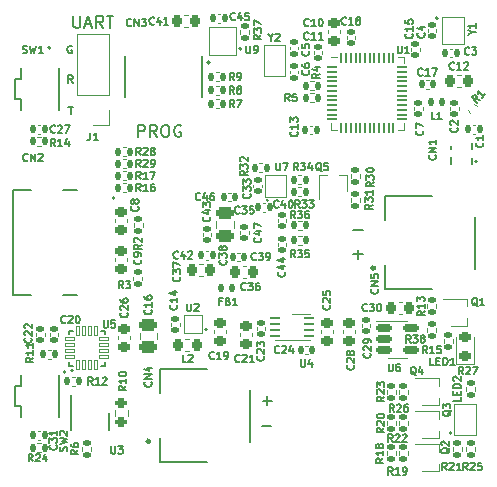
<source format=gto>
G04 #@! TF.GenerationSoftware,KiCad,Pcbnew,(6.0.0)*
G04 #@! TF.CreationDate,2022-06-18T15:13:31-07:00*
G04 #@! TF.ProjectId,max86141_Rev_A,6d617838-3631-4343-915f-5265765f412e,A*
G04 #@! TF.SameCoordinates,Original*
G04 #@! TF.FileFunction,Legend,Top*
G04 #@! TF.FilePolarity,Positive*
%FSLAX46Y46*%
G04 Gerber Fmt 4.6, Leading zero omitted, Abs format (unit mm)*
G04 Created by KiCad (PCBNEW (6.0.0)) date 2022-06-18 15:13:31*
%MOMM*%
%LPD*%
G01*
G04 APERTURE LIST*
G04 Aperture macros list*
%AMRoundRect*
0 Rectangle with rounded corners*
0 $1 Rounding radius*
0 $2 $3 $4 $5 $6 $7 $8 $9 X,Y pos of 4 corners*
0 Add a 4 corners polygon primitive as box body*
4,1,4,$2,$3,$4,$5,$6,$7,$8,$9,$2,$3,0*
0 Add four circle primitives for the rounded corners*
1,1,$1+$1,$2,$3*
1,1,$1+$1,$4,$5*
1,1,$1+$1,$6,$7*
1,1,$1+$1,$8,$9*
0 Add four rect primitives between the rounded corners*
20,1,$1+$1,$2,$3,$4,$5,0*
20,1,$1+$1,$4,$5,$6,$7,0*
20,1,$1+$1,$6,$7,$8,$9,0*
20,1,$1+$1,$8,$9,$2,$3,0*%
G04 Aperture macros list end*
%ADD10C,0.177800*%
%ADD11C,0.127000*%
%ADD12C,0.120000*%
%ADD13C,0.153000*%
%ADD14C,0.200000*%
%ADD15C,0.161600*%
%ADD16C,0.300000*%
%ADD17C,0.150000*%
%ADD18C,0.010000*%
%ADD19RoundRect,0.135000X-0.185000X0.135000X-0.185000X-0.135000X0.185000X-0.135000X0.185000X0.135000X0*%
%ADD20RoundRect,0.135000X-0.135000X-0.185000X0.135000X-0.185000X0.135000X0.185000X-0.135000X0.185000X0*%
%ADD21RoundRect,0.225000X0.225000X0.250000X-0.225000X0.250000X-0.225000X-0.250000X0.225000X-0.250000X0*%
%ADD22RoundRect,0.140000X-0.140000X-0.170000X0.140000X-0.170000X0.140000X0.170000X-0.140000X0.170000X0*%
%ADD23R,0.700000X0.450000*%
%ADD24R,0.600000X0.600000*%
%ADD25R,1.580000X0.580000*%
%ADD26R,0.500000X0.500000*%
%ADD27RoundRect,0.140000X0.170000X-0.140000X0.170000X0.140000X-0.170000X0.140000X-0.170000X-0.140000X0*%
%ADD28RoundRect,0.135000X0.135000X0.185000X-0.135000X0.185000X-0.135000X-0.185000X0.135000X-0.185000X0*%
%ADD29R,0.550000X0.800000*%
%ADD30R,0.450000X0.700000*%
%ADD31RoundRect,0.007800X0.122200X-0.422200X0.122200X0.422200X-0.122200X0.422200X-0.122200X-0.422200X0*%
%ADD32RoundRect,0.007800X0.422200X-0.122200X0.422200X0.122200X-0.422200X0.122200X-0.422200X-0.122200X0*%
%ADD33R,1.680000X1.680000*%
%ADD34RoundRect,0.225000X0.250000X-0.225000X0.250000X0.225000X-0.250000X0.225000X-0.250000X-0.225000X0*%
%ADD35RoundRect,0.140000X-0.170000X0.140000X-0.170000X-0.140000X0.170000X-0.140000X0.170000X0.140000X0*%
%ADD36RoundRect,0.225000X-0.225000X-0.250000X0.225000X-0.250000X0.225000X0.250000X-0.225000X0.250000X0*%
%ADD37RoundRect,0.135000X0.185000X-0.135000X0.185000X0.135000X-0.185000X0.135000X-0.185000X-0.135000X0*%
%ADD38R,0.740000X2.790000*%
%ADD39C,0.700000*%
%ADD40R,1.050000X1.400000*%
%ADD41RoundRect,0.250000X0.475000X-0.250000X0.475000X0.250000X-0.475000X0.250000X-0.475000X-0.250000X0*%
%ADD42R,3.500000X1.000000*%
%ADD43R,3.400001X1.500000*%
%ADD44RoundRect,0.140000X0.140000X0.170000X-0.140000X0.170000X-0.140000X-0.170000X0.140000X-0.170000X0*%
%ADD45RoundRect,0.225000X-0.250000X0.225000X-0.250000X-0.225000X0.250000X-0.225000X0.250000X0.225000X0*%
%ADD46R,0.700000X0.750000*%
%ADD47RoundRect,0.147500X-0.147500X-0.172500X0.147500X-0.172500X0.147500X0.172500X-0.147500X0.172500X0*%
%ADD48RoundRect,0.050000X-0.350000X-0.050000X0.350000X-0.050000X0.350000X0.050000X-0.350000X0.050000X0*%
%ADD49RoundRect,0.050000X-0.050000X-0.350000X0.050000X-0.350000X0.050000X0.350000X-0.050000X0.350000X0*%
%ADD50R,4.600000X4.600000*%
%ADD51RoundRect,0.150000X-0.512500X-0.150000X0.512500X-0.150000X0.512500X0.150000X-0.512500X0.150000X0*%
%ADD52RoundRect,0.218750X0.256250X-0.218750X0.256250X0.218750X-0.256250X0.218750X-0.256250X-0.218750X0*%
%ADD53C,0.650000*%
%ADD54R,1.150000X0.600000*%
%ADD55R,1.150000X0.300000*%
%ADD56R,2.000000X2.180000*%
%ADD57RoundRect,0.062500X-0.337500X-0.062500X0.337500X-0.062500X0.337500X0.062500X-0.337500X0.062500X0*%
%ADD58R,1.700000X1.400000*%
%ADD59R,1.500000X0.800000*%
%ADD60R,1.700000X1.700000*%
%ADD61O,1.700000X1.700000*%
%ADD62RoundRect,0.147500X0.147500X0.172500X-0.147500X0.172500X-0.147500X-0.172500X0.147500X-0.172500X0*%
%ADD63R,0.250000X0.700000*%
%ADD64R,2.380000X1.660000*%
%ADD65R,0.203200X0.660400*%
%ADD66RoundRect,0.218750X0.218750X0.256250X-0.218750X0.256250X-0.218750X-0.256250X0.218750X-0.256250X0*%
%ADD67C,0.315000*%
%ADD68RoundRect,0.200000X-0.275000X0.200000X-0.275000X-0.200000X0.275000X-0.200000X0.275000X0.200000X0*%
%ADD69RoundRect,0.135000X0.226274X0.035355X0.035355X0.226274X-0.226274X-0.035355X-0.035355X-0.226274X0*%
G04 APERTURE END LIST*
D10*
X150844552Y-123389571D02*
X151618647Y-123389571D01*
X151231600Y-123776619D02*
X151231600Y-123002523D01*
X150819152Y-125523171D02*
X151593247Y-125523171D01*
X134828038Y-90807419D02*
X134828038Y-91629895D01*
X134876419Y-91726657D01*
X134924800Y-91775038D01*
X135021561Y-91823419D01*
X135215085Y-91823419D01*
X135311847Y-91775038D01*
X135360228Y-91726657D01*
X135408609Y-91629895D01*
X135408609Y-90807419D01*
X135844038Y-91533133D02*
X136327847Y-91533133D01*
X135747276Y-91823419D02*
X136085942Y-90807419D01*
X136424609Y-91823419D01*
X137343847Y-91823419D02*
X137005180Y-91339609D01*
X136763276Y-91823419D02*
X136763276Y-90807419D01*
X137150323Y-90807419D01*
X137247085Y-90855800D01*
X137295466Y-90904180D01*
X137343847Y-91000942D01*
X137343847Y-91146085D01*
X137295466Y-91242847D01*
X137247085Y-91291228D01*
X137150323Y-91339609D01*
X136763276Y-91339609D01*
X137634133Y-90807419D02*
X138214704Y-90807419D01*
X137924419Y-91823419D02*
X137924419Y-90807419D01*
D11*
X134413171Y-98483661D02*
X134776028Y-98483661D01*
X134594600Y-99118661D02*
X134594600Y-98483661D01*
D10*
X158540752Y-110994371D02*
X159314847Y-110994371D01*
X158927800Y-111381419D02*
X158927800Y-110607323D01*
D11*
X134765747Y-96477061D02*
X134554080Y-96174680D01*
X134402890Y-96477061D02*
X134402890Y-95842061D01*
X134644795Y-95842061D01*
X134705271Y-95872300D01*
X134735509Y-95902538D01*
X134765747Y-95963014D01*
X134765747Y-96053728D01*
X134735509Y-96114204D01*
X134705271Y-96144442D01*
X134644795Y-96174680D01*
X134402890Y-96174680D01*
D10*
X158540752Y-108962371D02*
X159314847Y-108962371D01*
D11*
X134684709Y-93357700D02*
X134624233Y-93327461D01*
X134533519Y-93327461D01*
X134442804Y-93357700D01*
X134382328Y-93418176D01*
X134352090Y-93478652D01*
X134321852Y-93599604D01*
X134321852Y-93690319D01*
X134352090Y-93811271D01*
X134382328Y-93871747D01*
X134442804Y-93932223D01*
X134533519Y-93962461D01*
X134593995Y-93962461D01*
X134684709Y-93932223D01*
X134714947Y-93901985D01*
X134714947Y-93690319D01*
X134593995Y-93690319D01*
D10*
X140298714Y-101069019D02*
X140298714Y-100053019D01*
X140685761Y-100053019D01*
X140782523Y-100101400D01*
X140830904Y-100149780D01*
X140879285Y-100246542D01*
X140879285Y-100391685D01*
X140830904Y-100488447D01*
X140782523Y-100536828D01*
X140685761Y-100585209D01*
X140298714Y-100585209D01*
X141895285Y-101069019D02*
X141556619Y-100585209D01*
X141314714Y-101069019D02*
X141314714Y-100053019D01*
X141701761Y-100053019D01*
X141798523Y-100101400D01*
X141846904Y-100149780D01*
X141895285Y-100246542D01*
X141895285Y-100391685D01*
X141846904Y-100488447D01*
X141798523Y-100536828D01*
X141701761Y-100585209D01*
X141314714Y-100585209D01*
X142524238Y-100053019D02*
X142717761Y-100053019D01*
X142814523Y-100101400D01*
X142911285Y-100198161D01*
X142959666Y-100391685D01*
X142959666Y-100730352D01*
X142911285Y-100923876D01*
X142814523Y-101020638D01*
X142717761Y-101069019D01*
X142524238Y-101069019D01*
X142427476Y-101020638D01*
X142330714Y-100923876D01*
X142282333Y-100730352D01*
X142282333Y-100391685D01*
X142330714Y-100198161D01*
X142427476Y-100101400D01*
X142524238Y-100053019D01*
X143927285Y-100101400D02*
X143830523Y-100053019D01*
X143685380Y-100053019D01*
X143540238Y-100101400D01*
X143443476Y-100198161D01*
X143395095Y-100294923D01*
X143346714Y-100488447D01*
X143346714Y-100633590D01*
X143395095Y-100827114D01*
X143443476Y-100923876D01*
X143540238Y-101020638D01*
X143685380Y-101069019D01*
X143782142Y-101069019D01*
X143927285Y-101020638D01*
X143975666Y-100972257D01*
X143975666Y-100633590D01*
X143782142Y-100633590D01*
D11*
X164577261Y-115803214D02*
X164274880Y-116014880D01*
X164577261Y-116166071D02*
X163942261Y-116166071D01*
X163942261Y-115924166D01*
X163972500Y-115863690D01*
X164002738Y-115833452D01*
X164063214Y-115803214D01*
X164153928Y-115803214D01*
X164214404Y-115833452D01*
X164244642Y-115863690D01*
X164274880Y-115924166D01*
X164274880Y-116166071D01*
X164577261Y-115198452D02*
X164577261Y-115561309D01*
X164577261Y-115379880D02*
X163942261Y-115379880D01*
X164032976Y-115440357D01*
X164093452Y-115500833D01*
X164123690Y-115561309D01*
X163942261Y-114986785D02*
X163942261Y-114593690D01*
X164184166Y-114805357D01*
X164184166Y-114714642D01*
X164214404Y-114654166D01*
X164244642Y-114623928D01*
X164305119Y-114593690D01*
X164456309Y-114593690D01*
X164516785Y-114623928D01*
X164547023Y-114654166D01*
X164577261Y-114714642D01*
X164577261Y-114896071D01*
X164547023Y-114956547D01*
X164516785Y-114986785D01*
X148436166Y-96251261D02*
X148224500Y-95948880D01*
X148073309Y-96251261D02*
X148073309Y-95616261D01*
X148315214Y-95616261D01*
X148375690Y-95646500D01*
X148405928Y-95676738D01*
X148436166Y-95737214D01*
X148436166Y-95827928D01*
X148405928Y-95888404D01*
X148375690Y-95918642D01*
X148315214Y-95948880D01*
X148073309Y-95948880D01*
X148738547Y-96251261D02*
X148859500Y-96251261D01*
X148919976Y-96221023D01*
X148950214Y-96190785D01*
X149010690Y-96100071D01*
X149040928Y-95979119D01*
X149040928Y-95737214D01*
X149010690Y-95676738D01*
X148980452Y-95646500D01*
X148919976Y-95616261D01*
X148799023Y-95616261D01*
X148738547Y-95646500D01*
X148708309Y-95676738D01*
X148678071Y-95737214D01*
X148678071Y-95888404D01*
X148708309Y-95948880D01*
X148738547Y-95979119D01*
X148799023Y-96009357D01*
X148919976Y-96009357D01*
X148980452Y-95979119D01*
X149010690Y-95948880D01*
X149040928Y-95888404D01*
X153133166Y-98029261D02*
X152921500Y-97726880D01*
X152770309Y-98029261D02*
X152770309Y-97394261D01*
X153012214Y-97394261D01*
X153072690Y-97424500D01*
X153102928Y-97454738D01*
X153133166Y-97515214D01*
X153133166Y-97605928D01*
X153102928Y-97666404D01*
X153072690Y-97696642D01*
X153012214Y-97726880D01*
X152770309Y-97726880D01*
X153707690Y-97394261D02*
X153405309Y-97394261D01*
X153375071Y-97696642D01*
X153405309Y-97666404D01*
X153465785Y-97636166D01*
X153616976Y-97636166D01*
X153677452Y-97666404D01*
X153707690Y-97696642D01*
X153737928Y-97757119D01*
X153737928Y-97908309D01*
X153707690Y-97968785D01*
X153677452Y-97999023D01*
X153616976Y-98029261D01*
X153465785Y-98029261D01*
X153405309Y-97999023D01*
X153375071Y-97968785D01*
X140513785Y-104633261D02*
X140302119Y-104330880D01*
X140150928Y-104633261D02*
X140150928Y-103998261D01*
X140392833Y-103998261D01*
X140453309Y-104028500D01*
X140483547Y-104058738D01*
X140513785Y-104119214D01*
X140513785Y-104209928D01*
X140483547Y-104270404D01*
X140453309Y-104300642D01*
X140392833Y-104330880D01*
X140150928Y-104330880D01*
X141118547Y-104633261D02*
X140755690Y-104633261D01*
X140937119Y-104633261D02*
X140937119Y-103998261D01*
X140876642Y-104088976D01*
X140816166Y-104149452D01*
X140755690Y-104179690D01*
X141330214Y-103998261D02*
X141753547Y-103998261D01*
X141481404Y-104633261D01*
X143815785Y-112882214D02*
X143846023Y-112912452D01*
X143876261Y-113003166D01*
X143876261Y-113063642D01*
X143846023Y-113154357D01*
X143785547Y-113214833D01*
X143725071Y-113245071D01*
X143604119Y-113275309D01*
X143513404Y-113275309D01*
X143392452Y-113245071D01*
X143331976Y-113214833D01*
X143271500Y-113154357D01*
X143241261Y-113063642D01*
X143241261Y-113003166D01*
X143271500Y-112912452D01*
X143301738Y-112882214D01*
X143241261Y-112670547D02*
X143241261Y-112277452D01*
X143483166Y-112489119D01*
X143483166Y-112398404D01*
X143513404Y-112337928D01*
X143543642Y-112307690D01*
X143604119Y-112277452D01*
X143755309Y-112277452D01*
X143815785Y-112307690D01*
X143846023Y-112337928D01*
X143876261Y-112398404D01*
X143876261Y-112579833D01*
X143846023Y-112640309D01*
X143815785Y-112670547D01*
X143241261Y-112065785D02*
X143241261Y-111642452D01*
X143876261Y-111914595D01*
X168347166Y-94031785D02*
X168316928Y-94062023D01*
X168226214Y-94092261D01*
X168165738Y-94092261D01*
X168075023Y-94062023D01*
X168014547Y-94001547D01*
X167984309Y-93941071D01*
X167954071Y-93820119D01*
X167954071Y-93729404D01*
X167984309Y-93608452D01*
X168014547Y-93547976D01*
X168075023Y-93487500D01*
X168165738Y-93457261D01*
X168226214Y-93457261D01*
X168316928Y-93487500D01*
X168347166Y-93517738D01*
X168558833Y-93457261D02*
X168951928Y-93457261D01*
X168740261Y-93699166D01*
X168830976Y-93699166D01*
X168891452Y-93729404D01*
X168921690Y-93759642D01*
X168951928Y-93820119D01*
X168951928Y-93971309D01*
X168921690Y-94031785D01*
X168891452Y-94062023D01*
X168830976Y-94092261D01*
X168649547Y-94092261D01*
X168589071Y-94062023D01*
X168558833Y-94031785D01*
X139035366Y-113876061D02*
X138823700Y-113573680D01*
X138672509Y-113876061D02*
X138672509Y-113241061D01*
X138914414Y-113241061D01*
X138974890Y-113271300D01*
X139005128Y-113301538D01*
X139035366Y-113362014D01*
X139035366Y-113452728D01*
X139005128Y-113513204D01*
X138974890Y-113543442D01*
X138914414Y-113573680D01*
X138672509Y-113573680D01*
X139247033Y-113241061D02*
X139640128Y-113241061D01*
X139428461Y-113482966D01*
X139519176Y-113482966D01*
X139579652Y-113513204D01*
X139609890Y-113543442D01*
X139640128Y-113603919D01*
X139640128Y-113755109D01*
X139609890Y-113815585D01*
X139579652Y-113845823D01*
X139519176Y-113876061D01*
X139337747Y-113876061D01*
X139277271Y-113845823D01*
X139247033Y-113815585D01*
X161849785Y-126858261D02*
X161638119Y-126555880D01*
X161486928Y-126858261D02*
X161486928Y-126223261D01*
X161728833Y-126223261D01*
X161789309Y-126253500D01*
X161819547Y-126283738D01*
X161849785Y-126344214D01*
X161849785Y-126434928D01*
X161819547Y-126495404D01*
X161789309Y-126525642D01*
X161728833Y-126555880D01*
X161486928Y-126555880D01*
X162091690Y-126283738D02*
X162121928Y-126253500D01*
X162182404Y-126223261D01*
X162333595Y-126223261D01*
X162394071Y-126253500D01*
X162424309Y-126283738D01*
X162454547Y-126344214D01*
X162454547Y-126404690D01*
X162424309Y-126495404D01*
X162061452Y-126858261D01*
X162454547Y-126858261D01*
X162696452Y-126283738D02*
X162726690Y-126253500D01*
X162787166Y-126223261D01*
X162938357Y-126223261D01*
X162998833Y-126253500D01*
X163029071Y-126283738D01*
X163059309Y-126344214D01*
X163059309Y-126404690D01*
X163029071Y-126495404D01*
X162666214Y-126858261D01*
X163059309Y-126858261D01*
X169055523Y-115361738D02*
X168995047Y-115331500D01*
X168934571Y-115271023D01*
X168843857Y-115180309D01*
X168783380Y-115150071D01*
X168722904Y-115150071D01*
X168753142Y-115301261D02*
X168692666Y-115271023D01*
X168632190Y-115210547D01*
X168601952Y-115089595D01*
X168601952Y-114877928D01*
X168632190Y-114756976D01*
X168692666Y-114696500D01*
X168753142Y-114666261D01*
X168874095Y-114666261D01*
X168934571Y-114696500D01*
X168995047Y-114756976D01*
X169025285Y-114877928D01*
X169025285Y-115089595D01*
X168995047Y-115210547D01*
X168934571Y-115271023D01*
X168874095Y-115301261D01*
X168753142Y-115301261D01*
X169630047Y-115301261D02*
X169267190Y-115301261D01*
X169448619Y-115301261D02*
X169448619Y-114666261D01*
X169388142Y-114756976D01*
X169327666Y-114817452D01*
X169267190Y-114847690D01*
X165473785Y-102591452D02*
X165504023Y-102621690D01*
X165534261Y-102712404D01*
X165534261Y-102772880D01*
X165504023Y-102863595D01*
X165443547Y-102924071D01*
X165383071Y-102954309D01*
X165262119Y-102984547D01*
X165171404Y-102984547D01*
X165050452Y-102954309D01*
X164989976Y-102924071D01*
X164929500Y-102863595D01*
X164899261Y-102772880D01*
X164899261Y-102712404D01*
X164929500Y-102621690D01*
X164959738Y-102591452D01*
X165534261Y-102319309D02*
X164899261Y-102319309D01*
X165534261Y-101956452D01*
X164899261Y-101956452D01*
X165534261Y-101321452D02*
X165534261Y-101684309D01*
X165534261Y-101502880D02*
X164899261Y-101502880D01*
X164989976Y-101563357D01*
X165050452Y-101623833D01*
X165080690Y-101684309D01*
X146355785Y-107802214D02*
X146386023Y-107832452D01*
X146416261Y-107923166D01*
X146416261Y-107983642D01*
X146386023Y-108074357D01*
X146325547Y-108134833D01*
X146265071Y-108165071D01*
X146144119Y-108195309D01*
X146053404Y-108195309D01*
X145932452Y-108165071D01*
X145871976Y-108134833D01*
X145811500Y-108074357D01*
X145781261Y-107983642D01*
X145781261Y-107923166D01*
X145811500Y-107832452D01*
X145841738Y-107802214D01*
X145992928Y-107257928D02*
X146416261Y-107257928D01*
X145751023Y-107409119D02*
X146204595Y-107560309D01*
X146204595Y-107167214D01*
X145781261Y-106985785D02*
X145781261Y-106592690D01*
X146023166Y-106804357D01*
X146023166Y-106713642D01*
X146053404Y-106653166D01*
X146083642Y-106622928D01*
X146144119Y-106592690D01*
X146295309Y-106592690D01*
X146355785Y-106622928D01*
X146386023Y-106653166D01*
X146416261Y-106713642D01*
X146416261Y-106895071D01*
X146386023Y-106955547D01*
X146355785Y-106985785D01*
X153594785Y-107935261D02*
X153383119Y-107632880D01*
X153231928Y-107935261D02*
X153231928Y-107300261D01*
X153473833Y-107300261D01*
X153534309Y-107330500D01*
X153564547Y-107360738D01*
X153594785Y-107421214D01*
X153594785Y-107511928D01*
X153564547Y-107572404D01*
X153534309Y-107602642D01*
X153473833Y-107632880D01*
X153231928Y-107632880D01*
X153806452Y-107300261D02*
X154199547Y-107300261D01*
X153987880Y-107542166D01*
X154078595Y-107542166D01*
X154139071Y-107572404D01*
X154169309Y-107602642D01*
X154199547Y-107663119D01*
X154199547Y-107814309D01*
X154169309Y-107874785D01*
X154139071Y-107905023D01*
X154078595Y-107935261D01*
X153897166Y-107935261D01*
X153836690Y-107905023D01*
X153806452Y-107874785D01*
X154743833Y-107300261D02*
X154622880Y-107300261D01*
X154562404Y-107330500D01*
X154532166Y-107360738D01*
X154471690Y-107451452D01*
X154441452Y-107572404D01*
X154441452Y-107814309D01*
X154471690Y-107874785D01*
X154501928Y-107905023D01*
X154562404Y-107935261D01*
X154683357Y-107935261D01*
X154743833Y-107905023D01*
X154774071Y-107874785D01*
X154804309Y-107814309D01*
X154804309Y-107663119D01*
X154774071Y-107602642D01*
X154743833Y-107572404D01*
X154683357Y-107542166D01*
X154562404Y-107542166D01*
X154501928Y-107572404D01*
X154471690Y-107602642D01*
X154441452Y-107663119D01*
X167625261Y-123090595D02*
X167625261Y-123392976D01*
X166990261Y-123392976D01*
X167292642Y-122878928D02*
X167292642Y-122667261D01*
X167625261Y-122576547D02*
X167625261Y-122878928D01*
X166990261Y-122878928D01*
X166990261Y-122576547D01*
X167625261Y-122304404D02*
X166990261Y-122304404D01*
X166990261Y-122153214D01*
X167020500Y-122062500D01*
X167080976Y-122002023D01*
X167141452Y-121971785D01*
X167262404Y-121941547D01*
X167353119Y-121941547D01*
X167474071Y-121971785D01*
X167534547Y-122002023D01*
X167595023Y-122062500D01*
X167625261Y-122153214D01*
X167625261Y-122304404D01*
X167050738Y-121699642D02*
X167020500Y-121669404D01*
X166990261Y-121608928D01*
X166990261Y-121457738D01*
X167020500Y-121397261D01*
X167050738Y-121367023D01*
X167111214Y-121336785D01*
X167171690Y-121336785D01*
X167262404Y-121367023D01*
X167625261Y-121729880D01*
X167625261Y-121336785D01*
X155847523Y-103931738D02*
X155787047Y-103901500D01*
X155726571Y-103841023D01*
X155635857Y-103750309D01*
X155575380Y-103720071D01*
X155514904Y-103720071D01*
X155545142Y-103871261D02*
X155484666Y-103841023D01*
X155424190Y-103780547D01*
X155393952Y-103659595D01*
X155393952Y-103447928D01*
X155424190Y-103326976D01*
X155484666Y-103266500D01*
X155545142Y-103236261D01*
X155666095Y-103236261D01*
X155726571Y-103266500D01*
X155787047Y-103326976D01*
X155817285Y-103447928D01*
X155817285Y-103659595D01*
X155787047Y-103780547D01*
X155726571Y-103841023D01*
X155666095Y-103871261D01*
X155545142Y-103871261D01*
X156391809Y-103236261D02*
X156089428Y-103236261D01*
X156059190Y-103538642D01*
X156089428Y-103508404D01*
X156149904Y-103478166D01*
X156301095Y-103478166D01*
X156361571Y-103508404D01*
X156391809Y-103538642D01*
X156422047Y-103599119D01*
X156422047Y-103750309D01*
X156391809Y-103810785D01*
X156361571Y-103841023D01*
X156301095Y-103871261D01*
X156149904Y-103871261D01*
X156089428Y-103841023D01*
X156059190Y-103810785D01*
X131430261Y-119740214D02*
X131127880Y-119951880D01*
X131430261Y-120103071D02*
X130795261Y-120103071D01*
X130795261Y-119861166D01*
X130825500Y-119800690D01*
X130855738Y-119770452D01*
X130916214Y-119740214D01*
X131006928Y-119740214D01*
X131067404Y-119770452D01*
X131097642Y-119800690D01*
X131127880Y-119861166D01*
X131127880Y-120103071D01*
X131430261Y-119135452D02*
X131430261Y-119498309D01*
X131430261Y-119316880D02*
X130795261Y-119316880D01*
X130885976Y-119377357D01*
X130946452Y-119437833D01*
X130976690Y-119498309D01*
X131430261Y-118530690D02*
X131430261Y-118893547D01*
X131430261Y-118712119D02*
X130795261Y-118712119D01*
X130885976Y-118772595D01*
X130946452Y-118833071D01*
X130976690Y-118893547D01*
X141656785Y-91491785D02*
X141626547Y-91522023D01*
X141535833Y-91552261D01*
X141475357Y-91552261D01*
X141384642Y-91522023D01*
X141324166Y-91461547D01*
X141293928Y-91401071D01*
X141263690Y-91280119D01*
X141263690Y-91189404D01*
X141293928Y-91068452D01*
X141324166Y-91007976D01*
X141384642Y-90947500D01*
X141475357Y-90917261D01*
X141535833Y-90917261D01*
X141626547Y-90947500D01*
X141656785Y-90977738D01*
X142201071Y-91128928D02*
X142201071Y-91552261D01*
X142049880Y-90887023D02*
X141898690Y-91340595D01*
X142291785Y-91340595D01*
X142866309Y-91552261D02*
X142503452Y-91552261D01*
X142684880Y-91552261D02*
X142684880Y-90917261D01*
X142624404Y-91007976D01*
X142563928Y-91068452D01*
X142503452Y-91098690D01*
X137390190Y-116571261D02*
X137390190Y-117085309D01*
X137420428Y-117145785D01*
X137450666Y-117176023D01*
X137511142Y-117206261D01*
X137632095Y-117206261D01*
X137692571Y-117176023D01*
X137722809Y-117145785D01*
X137753047Y-117085309D01*
X137753047Y-116571261D01*
X138357809Y-116571261D02*
X138055428Y-116571261D01*
X138025190Y-116873642D01*
X138055428Y-116843404D01*
X138115904Y-116813166D01*
X138267095Y-116813166D01*
X138327571Y-116843404D01*
X138357809Y-116873642D01*
X138388047Y-116934119D01*
X138388047Y-117085309D01*
X138357809Y-117145785D01*
X138327571Y-117176023D01*
X138267095Y-117206261D01*
X138115904Y-117206261D01*
X138055428Y-117176023D01*
X138025190Y-117145785D01*
X163500785Y-92308214D02*
X163531023Y-92338452D01*
X163561261Y-92429166D01*
X163561261Y-92489642D01*
X163531023Y-92580357D01*
X163470547Y-92640833D01*
X163410071Y-92671071D01*
X163289119Y-92701309D01*
X163198404Y-92701309D01*
X163077452Y-92671071D01*
X163016976Y-92640833D01*
X162956500Y-92580357D01*
X162926261Y-92489642D01*
X162926261Y-92429166D01*
X162956500Y-92338452D01*
X162986738Y-92308214D01*
X163561261Y-91703452D02*
X163561261Y-92066309D01*
X163561261Y-91884880D02*
X162926261Y-91884880D01*
X163016976Y-91945357D01*
X163077452Y-92005833D01*
X163107690Y-92066309D01*
X162926261Y-91128928D02*
X162926261Y-91431309D01*
X163228642Y-91461547D01*
X163198404Y-91431309D01*
X163168166Y-91370833D01*
X163168166Y-91219642D01*
X163198404Y-91159166D01*
X163228642Y-91128928D01*
X163289119Y-91098690D01*
X163440309Y-91098690D01*
X163500785Y-91128928D01*
X163531023Y-91159166D01*
X163561261Y-91219642D01*
X163561261Y-91370833D01*
X163531023Y-91431309D01*
X163500785Y-91461547D01*
X154737785Y-91618785D02*
X154707547Y-91649023D01*
X154616833Y-91679261D01*
X154556357Y-91679261D01*
X154465642Y-91649023D01*
X154405166Y-91588547D01*
X154374928Y-91528071D01*
X154344690Y-91407119D01*
X154344690Y-91316404D01*
X154374928Y-91195452D01*
X154405166Y-91134976D01*
X154465642Y-91074500D01*
X154556357Y-91044261D01*
X154616833Y-91044261D01*
X154707547Y-91074500D01*
X154737785Y-91104738D01*
X155342547Y-91679261D02*
X154979690Y-91679261D01*
X155161119Y-91679261D02*
X155161119Y-91044261D01*
X155100642Y-91134976D01*
X155040166Y-91195452D01*
X154979690Y-91225690D01*
X155735642Y-91044261D02*
X155796119Y-91044261D01*
X155856595Y-91074500D01*
X155886833Y-91104738D01*
X155917071Y-91165214D01*
X155947309Y-91286166D01*
X155947309Y-91437357D01*
X155917071Y-91558309D01*
X155886833Y-91618785D01*
X155856595Y-91649023D01*
X155796119Y-91679261D01*
X155735642Y-91679261D01*
X155675166Y-91649023D01*
X155644928Y-91618785D01*
X155614690Y-91558309D01*
X155584452Y-91437357D01*
X155584452Y-91286166D01*
X155614690Y-91165214D01*
X155644928Y-91104738D01*
X155675166Y-91074500D01*
X155735642Y-91044261D01*
X153594785Y-111264261D02*
X153383119Y-110961880D01*
X153231928Y-111264261D02*
X153231928Y-110629261D01*
X153473833Y-110629261D01*
X153534309Y-110659500D01*
X153564547Y-110689738D01*
X153594785Y-110750214D01*
X153594785Y-110840928D01*
X153564547Y-110901404D01*
X153534309Y-110931642D01*
X153473833Y-110961880D01*
X153231928Y-110961880D01*
X153806452Y-110629261D02*
X154199547Y-110629261D01*
X153987880Y-110871166D01*
X154078595Y-110871166D01*
X154139071Y-110901404D01*
X154169309Y-110931642D01*
X154199547Y-110992119D01*
X154199547Y-111143309D01*
X154169309Y-111203785D01*
X154139071Y-111234023D01*
X154078595Y-111264261D01*
X153897166Y-111264261D01*
X153836690Y-111234023D01*
X153806452Y-111203785D01*
X154774071Y-110629261D02*
X154471690Y-110629261D01*
X154441452Y-110931642D01*
X154471690Y-110901404D01*
X154532166Y-110871166D01*
X154683357Y-110871166D01*
X154743833Y-110901404D01*
X154774071Y-110931642D01*
X154804309Y-110992119D01*
X154804309Y-111143309D01*
X154774071Y-111203785D01*
X154743833Y-111234023D01*
X154683357Y-111264261D01*
X154532166Y-111264261D01*
X154471690Y-111234023D01*
X154441452Y-111203785D01*
X154737785Y-95422833D02*
X154768023Y-95453071D01*
X154798261Y-95543785D01*
X154798261Y-95604261D01*
X154768023Y-95694976D01*
X154707547Y-95755452D01*
X154647071Y-95785690D01*
X154526119Y-95815928D01*
X154435404Y-95815928D01*
X154314452Y-95785690D01*
X154253976Y-95755452D01*
X154193500Y-95694976D01*
X154163261Y-95604261D01*
X154163261Y-95543785D01*
X154193500Y-95453071D01*
X154223738Y-95422833D01*
X154163261Y-94878547D02*
X154163261Y-94999500D01*
X154193500Y-95059976D01*
X154223738Y-95090214D01*
X154314452Y-95150690D01*
X154435404Y-95180928D01*
X154677309Y-95180928D01*
X154737785Y-95150690D01*
X154768023Y-95120452D01*
X154798261Y-95059976D01*
X154798261Y-94939023D01*
X154768023Y-94878547D01*
X154737785Y-94848309D01*
X154677309Y-94818071D01*
X154526119Y-94818071D01*
X154465642Y-94848309D01*
X154435404Y-94878547D01*
X154405166Y-94939023D01*
X154405166Y-95059976D01*
X154435404Y-95120452D01*
X154465642Y-95150690D01*
X154526119Y-95180928D01*
X150690785Y-109580214D02*
X150721023Y-109610452D01*
X150751261Y-109701166D01*
X150751261Y-109761642D01*
X150721023Y-109852357D01*
X150660547Y-109912833D01*
X150600071Y-109943071D01*
X150479119Y-109973309D01*
X150388404Y-109973309D01*
X150267452Y-109943071D01*
X150206976Y-109912833D01*
X150146500Y-109852357D01*
X150116261Y-109761642D01*
X150116261Y-109701166D01*
X150146500Y-109610452D01*
X150176738Y-109580214D01*
X150327928Y-109035928D02*
X150751261Y-109035928D01*
X150086023Y-109187119D02*
X150539595Y-109338309D01*
X150539595Y-108945214D01*
X150116261Y-108763785D02*
X150116261Y-108340452D01*
X150751261Y-108612595D01*
X143561785Y-115295214D02*
X143592023Y-115325452D01*
X143622261Y-115416166D01*
X143622261Y-115476642D01*
X143592023Y-115567357D01*
X143531547Y-115627833D01*
X143471071Y-115658071D01*
X143350119Y-115688309D01*
X143259404Y-115688309D01*
X143138452Y-115658071D01*
X143077976Y-115627833D01*
X143017500Y-115567357D01*
X142987261Y-115476642D01*
X142987261Y-115416166D01*
X143017500Y-115325452D01*
X143047738Y-115295214D01*
X143622261Y-114690452D02*
X143622261Y-115053309D01*
X143622261Y-114871880D02*
X142987261Y-114871880D01*
X143077976Y-114932357D01*
X143138452Y-114992833D01*
X143168690Y-115053309D01*
X143198928Y-114146166D02*
X143622261Y-114146166D01*
X142957023Y-114297357D02*
X143410595Y-114448547D01*
X143410595Y-114055452D01*
X161976785Y-124318261D02*
X161765119Y-124015880D01*
X161613928Y-124318261D02*
X161613928Y-123683261D01*
X161855833Y-123683261D01*
X161916309Y-123713500D01*
X161946547Y-123743738D01*
X161976785Y-123804214D01*
X161976785Y-123894928D01*
X161946547Y-123955404D01*
X161916309Y-123985642D01*
X161855833Y-124015880D01*
X161613928Y-124015880D01*
X162218690Y-123743738D02*
X162248928Y-123713500D01*
X162309404Y-123683261D01*
X162460595Y-123683261D01*
X162521071Y-123713500D01*
X162551309Y-123743738D01*
X162581547Y-123804214D01*
X162581547Y-123864690D01*
X162551309Y-123955404D01*
X162188452Y-124318261D01*
X162581547Y-124318261D01*
X163125833Y-123683261D02*
X163004880Y-123683261D01*
X162944404Y-123713500D01*
X162914166Y-123743738D01*
X162853690Y-123834452D01*
X162823452Y-123955404D01*
X162823452Y-124197309D01*
X162853690Y-124257785D01*
X162883928Y-124288023D01*
X162944404Y-124318261D01*
X163065357Y-124318261D01*
X163125833Y-124288023D01*
X163156071Y-124257785D01*
X163186309Y-124197309D01*
X163186309Y-124046119D01*
X163156071Y-123985642D01*
X163125833Y-123955404D01*
X163065357Y-123925166D01*
X162944404Y-123925166D01*
X162883928Y-123955404D01*
X162853690Y-123985642D01*
X162823452Y-124046119D01*
X140513785Y-102601261D02*
X140302119Y-102298880D01*
X140150928Y-102601261D02*
X140150928Y-101966261D01*
X140392833Y-101966261D01*
X140453309Y-101996500D01*
X140483547Y-102026738D01*
X140513785Y-102087214D01*
X140513785Y-102177928D01*
X140483547Y-102238404D01*
X140453309Y-102268642D01*
X140392833Y-102298880D01*
X140150928Y-102298880D01*
X140755690Y-102026738D02*
X140785928Y-101996500D01*
X140846404Y-101966261D01*
X140997595Y-101966261D01*
X141058071Y-101996500D01*
X141088309Y-102026738D01*
X141118547Y-102087214D01*
X141118547Y-102147690D01*
X141088309Y-102238404D01*
X140725452Y-102601261D01*
X141118547Y-102601261D01*
X141481404Y-102238404D02*
X141420928Y-102208166D01*
X141390690Y-102177928D01*
X141360452Y-102117452D01*
X141360452Y-102087214D01*
X141390690Y-102026738D01*
X141420928Y-101996500D01*
X141481404Y-101966261D01*
X141602357Y-101966261D01*
X141662833Y-101996500D01*
X141693071Y-102026738D01*
X141723309Y-102087214D01*
X141723309Y-102117452D01*
X141693071Y-102177928D01*
X141662833Y-102208166D01*
X141602357Y-102238404D01*
X141481404Y-102238404D01*
X141420928Y-102268642D01*
X141390690Y-102298880D01*
X141360452Y-102359357D01*
X141360452Y-102480309D01*
X141390690Y-102540785D01*
X141420928Y-102571023D01*
X141481404Y-102601261D01*
X141602357Y-102601261D01*
X141662833Y-102571023D01*
X141693071Y-102540785D01*
X141723309Y-102480309D01*
X141723309Y-102359357D01*
X141693071Y-102298880D01*
X141662833Y-102268642D01*
X141602357Y-102238404D01*
X149403785Y-113970785D02*
X149373547Y-114001023D01*
X149282833Y-114031261D01*
X149222357Y-114031261D01*
X149131642Y-114001023D01*
X149071166Y-113940547D01*
X149040928Y-113880071D01*
X149010690Y-113759119D01*
X149010690Y-113668404D01*
X149040928Y-113547452D01*
X149071166Y-113486976D01*
X149131642Y-113426500D01*
X149222357Y-113396261D01*
X149282833Y-113396261D01*
X149373547Y-113426500D01*
X149403785Y-113456738D01*
X149615452Y-113396261D02*
X150008547Y-113396261D01*
X149796880Y-113638166D01*
X149887595Y-113638166D01*
X149948071Y-113668404D01*
X149978309Y-113698642D01*
X150008547Y-113759119D01*
X150008547Y-113910309D01*
X149978309Y-113970785D01*
X149948071Y-114001023D01*
X149887595Y-114031261D01*
X149706166Y-114031261D01*
X149645690Y-114001023D01*
X149615452Y-113970785D01*
X150552833Y-113396261D02*
X150431880Y-113396261D01*
X150371404Y-113426500D01*
X150341166Y-113456738D01*
X150280690Y-113547452D01*
X150250452Y-113668404D01*
X150250452Y-113910309D01*
X150280690Y-113970785D01*
X150310928Y-114001023D01*
X150371404Y-114031261D01*
X150492357Y-114031261D01*
X150552833Y-114001023D01*
X150583071Y-113970785D01*
X150613309Y-113910309D01*
X150613309Y-113759119D01*
X150583071Y-113698642D01*
X150552833Y-113668404D01*
X150492357Y-113638166D01*
X150371404Y-113638166D01*
X150310928Y-113668404D01*
X150280690Y-113698642D01*
X150250452Y-113759119D01*
X161069261Y-128271814D02*
X160766880Y-128483480D01*
X161069261Y-128634671D02*
X160434261Y-128634671D01*
X160434261Y-128392766D01*
X160464500Y-128332290D01*
X160494738Y-128302052D01*
X160555214Y-128271814D01*
X160645928Y-128271814D01*
X160706404Y-128302052D01*
X160736642Y-128332290D01*
X160766880Y-128392766D01*
X160766880Y-128634671D01*
X161069261Y-127667052D02*
X161069261Y-128029909D01*
X161069261Y-127848480D02*
X160434261Y-127848480D01*
X160524976Y-127908957D01*
X160585452Y-127969433D01*
X160615690Y-128029909D01*
X160706404Y-127304195D02*
X160676166Y-127364671D01*
X160645928Y-127394909D01*
X160585452Y-127425147D01*
X160555214Y-127425147D01*
X160494738Y-127394909D01*
X160464500Y-127364671D01*
X160434261Y-127304195D01*
X160434261Y-127183242D01*
X160464500Y-127122766D01*
X160494738Y-127092528D01*
X160555214Y-127062290D01*
X160585452Y-127062290D01*
X160645928Y-127092528D01*
X160676166Y-127122766D01*
X160706404Y-127183242D01*
X160706404Y-127304195D01*
X160736642Y-127364671D01*
X160766880Y-127394909D01*
X160827357Y-127425147D01*
X160948309Y-127425147D01*
X161008785Y-127394909D01*
X161039023Y-127364671D01*
X161069261Y-127304195D01*
X161069261Y-127183242D01*
X161039023Y-127122766D01*
X161008785Y-127092528D01*
X160948309Y-127062290D01*
X160827357Y-127062290D01*
X160766880Y-127092528D01*
X160736642Y-127122766D01*
X160706404Y-127183242D01*
X166796738Y-124218476D02*
X166766500Y-124278952D01*
X166706023Y-124339428D01*
X166615309Y-124430142D01*
X166585071Y-124490619D01*
X166585071Y-124551095D01*
X166736261Y-124520857D02*
X166706023Y-124581333D01*
X166645547Y-124641809D01*
X166524595Y-124672047D01*
X166312928Y-124672047D01*
X166191976Y-124641809D01*
X166131500Y-124581333D01*
X166101261Y-124520857D01*
X166101261Y-124399904D01*
X166131500Y-124339428D01*
X166191976Y-124278952D01*
X166312928Y-124248714D01*
X166524595Y-124248714D01*
X166645547Y-124278952D01*
X166706023Y-124339428D01*
X166736261Y-124399904D01*
X166736261Y-124520857D01*
X166101261Y-124037047D02*
X166101261Y-123643952D01*
X166343166Y-123855619D01*
X166343166Y-123764904D01*
X166373404Y-123704428D01*
X166403642Y-123674190D01*
X166464119Y-123643952D01*
X166615309Y-123643952D01*
X166675785Y-123674190D01*
X166706023Y-123704428D01*
X166736261Y-123764904D01*
X166736261Y-123946333D01*
X166706023Y-124006809D01*
X166675785Y-124037047D01*
X159944785Y-119359214D02*
X159975023Y-119389452D01*
X160005261Y-119480166D01*
X160005261Y-119540642D01*
X159975023Y-119631357D01*
X159914547Y-119691833D01*
X159854071Y-119722071D01*
X159733119Y-119752309D01*
X159642404Y-119752309D01*
X159521452Y-119722071D01*
X159460976Y-119691833D01*
X159400500Y-119631357D01*
X159370261Y-119540642D01*
X159370261Y-119480166D01*
X159400500Y-119389452D01*
X159430738Y-119359214D01*
X159430738Y-119117309D02*
X159400500Y-119087071D01*
X159370261Y-119026595D01*
X159370261Y-118875404D01*
X159400500Y-118814928D01*
X159430738Y-118784690D01*
X159491214Y-118754452D01*
X159551690Y-118754452D01*
X159642404Y-118784690D01*
X160005261Y-119147547D01*
X160005261Y-118754452D01*
X160005261Y-118452071D02*
X160005261Y-118331119D01*
X159975023Y-118270642D01*
X159944785Y-118240404D01*
X159854071Y-118179928D01*
X159733119Y-118149690D01*
X159491214Y-118149690D01*
X159430738Y-118179928D01*
X159400500Y-118210166D01*
X159370261Y-118270642D01*
X159370261Y-118391595D01*
X159400500Y-118452071D01*
X159430738Y-118482309D01*
X159491214Y-118512547D01*
X159642404Y-118512547D01*
X159702880Y-118482309D01*
X159733119Y-118452071D01*
X159763357Y-118391595D01*
X159763357Y-118270642D01*
X159733119Y-118210166D01*
X159702880Y-118179928D01*
X159642404Y-118149690D01*
X139721547Y-91618785D02*
X139691309Y-91649023D01*
X139600595Y-91679261D01*
X139540119Y-91679261D01*
X139449404Y-91649023D01*
X139388928Y-91588547D01*
X139358690Y-91528071D01*
X139328452Y-91407119D01*
X139328452Y-91316404D01*
X139358690Y-91195452D01*
X139388928Y-91134976D01*
X139449404Y-91074500D01*
X139540119Y-91044261D01*
X139600595Y-91044261D01*
X139691309Y-91074500D01*
X139721547Y-91104738D01*
X139993690Y-91679261D02*
X139993690Y-91044261D01*
X140356547Y-91679261D01*
X140356547Y-91044261D01*
X140598452Y-91044261D02*
X140991547Y-91044261D01*
X140779880Y-91286166D01*
X140870595Y-91286166D01*
X140931071Y-91316404D01*
X140961309Y-91346642D01*
X140991547Y-91407119D01*
X140991547Y-91558309D01*
X140961309Y-91618785D01*
X140931071Y-91649023D01*
X140870595Y-91679261D01*
X140689166Y-91679261D01*
X140628690Y-91649023D01*
X140598452Y-91618785D01*
X148514785Y-91110785D02*
X148484547Y-91141023D01*
X148393833Y-91171261D01*
X148333357Y-91171261D01*
X148242642Y-91141023D01*
X148182166Y-91080547D01*
X148151928Y-91020071D01*
X148121690Y-90899119D01*
X148121690Y-90808404D01*
X148151928Y-90687452D01*
X148182166Y-90626976D01*
X148242642Y-90566500D01*
X148333357Y-90536261D01*
X148393833Y-90536261D01*
X148484547Y-90566500D01*
X148514785Y-90596738D01*
X149059071Y-90747928D02*
X149059071Y-91171261D01*
X148907880Y-90506023D02*
X148756690Y-90959595D01*
X149149785Y-90959595D01*
X149694071Y-90536261D02*
X149391690Y-90536261D01*
X149361452Y-90838642D01*
X149391690Y-90808404D01*
X149452166Y-90778166D01*
X149603357Y-90778166D01*
X149663833Y-90808404D01*
X149694071Y-90838642D01*
X149724309Y-90899119D01*
X149724309Y-91050309D01*
X149694071Y-91110785D01*
X149663833Y-91141023D01*
X149603357Y-91171261D01*
X149452166Y-91171261D01*
X149391690Y-91141023D01*
X149361452Y-91110785D01*
X134267423Y-127643466D02*
X134297661Y-127552752D01*
X134297661Y-127401561D01*
X134267423Y-127341085D01*
X134237185Y-127310847D01*
X134176709Y-127280609D01*
X134116233Y-127280609D01*
X134055757Y-127310847D01*
X134025519Y-127341085D01*
X133995280Y-127401561D01*
X133965042Y-127522514D01*
X133934804Y-127582990D01*
X133904566Y-127613228D01*
X133844090Y-127643466D01*
X133783614Y-127643466D01*
X133723138Y-127613228D01*
X133692900Y-127582990D01*
X133662661Y-127522514D01*
X133662661Y-127371323D01*
X133692900Y-127280609D01*
X133662661Y-127068942D02*
X134297661Y-126917752D01*
X133844090Y-126796800D01*
X134297661Y-126675847D01*
X133662661Y-126524657D01*
X133723138Y-126312990D02*
X133692900Y-126282752D01*
X133662661Y-126222276D01*
X133662661Y-126071085D01*
X133692900Y-126010609D01*
X133723138Y-125980371D01*
X133783614Y-125950133D01*
X133844090Y-125950133D01*
X133934804Y-125980371D01*
X134297661Y-126343228D01*
X134297661Y-125950133D01*
X148436166Y-98537261D02*
X148224500Y-98234880D01*
X148073309Y-98537261D02*
X148073309Y-97902261D01*
X148315214Y-97902261D01*
X148375690Y-97932500D01*
X148405928Y-97962738D01*
X148436166Y-98023214D01*
X148436166Y-98113928D01*
X148405928Y-98174404D01*
X148375690Y-98204642D01*
X148315214Y-98234880D01*
X148073309Y-98234880D01*
X148647833Y-97902261D02*
X149071166Y-97902261D01*
X148799023Y-98537261D01*
X147752785Y-111485214D02*
X147783023Y-111515452D01*
X147813261Y-111606166D01*
X147813261Y-111666642D01*
X147783023Y-111757357D01*
X147722547Y-111817833D01*
X147662071Y-111848071D01*
X147541119Y-111878309D01*
X147450404Y-111878309D01*
X147329452Y-111848071D01*
X147268976Y-111817833D01*
X147208500Y-111757357D01*
X147178261Y-111666642D01*
X147178261Y-111606166D01*
X147208500Y-111515452D01*
X147238738Y-111485214D01*
X147178261Y-111273547D02*
X147178261Y-110880452D01*
X147420166Y-111092119D01*
X147420166Y-111001404D01*
X147450404Y-110940928D01*
X147480642Y-110910690D01*
X147541119Y-110880452D01*
X147692309Y-110880452D01*
X147752785Y-110910690D01*
X147783023Y-110940928D01*
X147813261Y-111001404D01*
X147813261Y-111182833D01*
X147783023Y-111243309D01*
X147752785Y-111273547D01*
X147450404Y-110517595D02*
X147420166Y-110578071D01*
X147389928Y-110608309D01*
X147329452Y-110638547D01*
X147299214Y-110638547D01*
X147238738Y-110608309D01*
X147208500Y-110578071D01*
X147178261Y-110517595D01*
X147178261Y-110396642D01*
X147208500Y-110336166D01*
X147238738Y-110305928D01*
X147299214Y-110275690D01*
X147329452Y-110275690D01*
X147389928Y-110305928D01*
X147420166Y-110336166D01*
X147450404Y-110396642D01*
X147450404Y-110517595D01*
X147480642Y-110578071D01*
X147510880Y-110608309D01*
X147571357Y-110638547D01*
X147692309Y-110638547D01*
X147752785Y-110608309D01*
X147783023Y-110578071D01*
X147813261Y-110517595D01*
X147813261Y-110396642D01*
X147783023Y-110336166D01*
X147752785Y-110305928D01*
X147692309Y-110275690D01*
X147571357Y-110275690D01*
X147510880Y-110305928D01*
X147480642Y-110336166D01*
X147450404Y-110396642D01*
X164516785Y-92259833D02*
X164547023Y-92290071D01*
X164577261Y-92380785D01*
X164577261Y-92441261D01*
X164547023Y-92531976D01*
X164486547Y-92592452D01*
X164426071Y-92622690D01*
X164305119Y-92652928D01*
X164214404Y-92652928D01*
X164093452Y-92622690D01*
X164032976Y-92592452D01*
X163972500Y-92531976D01*
X163942261Y-92441261D01*
X163942261Y-92380785D01*
X163972500Y-92290071D01*
X164002738Y-92259833D01*
X164153928Y-91715547D02*
X164577261Y-91715547D01*
X163912023Y-91866738D02*
X164365595Y-92017928D01*
X164365595Y-91624833D01*
X160579785Y-113928452D02*
X160610023Y-113958690D01*
X160640261Y-114049404D01*
X160640261Y-114109880D01*
X160610023Y-114200595D01*
X160549547Y-114261071D01*
X160489071Y-114291309D01*
X160368119Y-114321547D01*
X160277404Y-114321547D01*
X160156452Y-114291309D01*
X160095976Y-114261071D01*
X160035500Y-114200595D01*
X160005261Y-114109880D01*
X160005261Y-114049404D01*
X160035500Y-113958690D01*
X160065738Y-113928452D01*
X160640261Y-113656309D02*
X160005261Y-113656309D01*
X160640261Y-113293452D01*
X160005261Y-113293452D01*
X160005261Y-112688690D02*
X160005261Y-112991071D01*
X160307642Y-113021309D01*
X160277404Y-112991071D01*
X160247166Y-112930595D01*
X160247166Y-112779404D01*
X160277404Y-112718928D01*
X160307642Y-112688690D01*
X160368119Y-112658452D01*
X160519309Y-112658452D01*
X160579785Y-112688690D01*
X160610023Y-112718928D01*
X160640261Y-112779404D01*
X160640261Y-112930595D01*
X160610023Y-112991071D01*
X160579785Y-113021309D01*
X160159261Y-106786214D02*
X159856880Y-106997880D01*
X160159261Y-107149071D02*
X159524261Y-107149071D01*
X159524261Y-106907166D01*
X159554500Y-106846690D01*
X159584738Y-106816452D01*
X159645214Y-106786214D01*
X159735928Y-106786214D01*
X159796404Y-106816452D01*
X159826642Y-106846690D01*
X159856880Y-106907166D01*
X159856880Y-107149071D01*
X159524261Y-106574547D02*
X159524261Y-106181452D01*
X159766166Y-106393119D01*
X159766166Y-106302404D01*
X159796404Y-106241928D01*
X159826642Y-106211690D01*
X159887119Y-106181452D01*
X160038309Y-106181452D01*
X160098785Y-106211690D01*
X160129023Y-106241928D01*
X160159261Y-106302404D01*
X160159261Y-106483833D01*
X160129023Y-106544309D01*
X160098785Y-106574547D01*
X160159261Y-105576690D02*
X160159261Y-105939547D01*
X160159261Y-105758119D02*
X159524261Y-105758119D01*
X159614976Y-105818595D01*
X159675452Y-105879071D01*
X159705690Y-105939547D01*
X159690785Y-115748785D02*
X159660547Y-115779023D01*
X159569833Y-115809261D01*
X159509357Y-115809261D01*
X159418642Y-115779023D01*
X159358166Y-115718547D01*
X159327928Y-115658071D01*
X159297690Y-115537119D01*
X159297690Y-115446404D01*
X159327928Y-115325452D01*
X159358166Y-115264976D01*
X159418642Y-115204500D01*
X159509357Y-115174261D01*
X159569833Y-115174261D01*
X159660547Y-115204500D01*
X159690785Y-115234738D01*
X159902452Y-115174261D02*
X160295547Y-115174261D01*
X160083880Y-115416166D01*
X160174595Y-115416166D01*
X160235071Y-115446404D01*
X160265309Y-115476642D01*
X160295547Y-115537119D01*
X160295547Y-115688309D01*
X160265309Y-115748785D01*
X160235071Y-115779023D01*
X160174595Y-115809261D01*
X159993166Y-115809261D01*
X159932690Y-115779023D01*
X159902452Y-115748785D01*
X160688642Y-115174261D02*
X160749119Y-115174261D01*
X160809595Y-115204500D01*
X160839833Y-115234738D01*
X160870071Y-115295214D01*
X160900309Y-115416166D01*
X160900309Y-115567357D01*
X160870071Y-115688309D01*
X160839833Y-115748785D01*
X160809595Y-115779023D01*
X160749119Y-115809261D01*
X160688642Y-115809261D01*
X160628166Y-115779023D01*
X160597928Y-115748785D01*
X160567690Y-115688309D01*
X160537452Y-115567357D01*
X160537452Y-115416166D01*
X160567690Y-115295214D01*
X160597928Y-115234738D01*
X160628166Y-115204500D01*
X160688642Y-115174261D01*
X143688785Y-111303785D02*
X143658547Y-111334023D01*
X143567833Y-111364261D01*
X143507357Y-111364261D01*
X143416642Y-111334023D01*
X143356166Y-111273547D01*
X143325928Y-111213071D01*
X143295690Y-111092119D01*
X143295690Y-111001404D01*
X143325928Y-110880452D01*
X143356166Y-110819976D01*
X143416642Y-110759500D01*
X143507357Y-110729261D01*
X143567833Y-110729261D01*
X143658547Y-110759500D01*
X143688785Y-110789738D01*
X144233071Y-110940928D02*
X144233071Y-111364261D01*
X144081880Y-110699023D02*
X143930690Y-111152595D01*
X144323785Y-111152595D01*
X144535452Y-110789738D02*
X144565690Y-110759500D01*
X144626166Y-110729261D01*
X144777357Y-110729261D01*
X144837833Y-110759500D01*
X144868071Y-110789738D01*
X144898309Y-110850214D01*
X144898309Y-110910690D01*
X144868071Y-111001404D01*
X144505214Y-111364261D01*
X144898309Y-111364261D01*
X160259261Y-104881214D02*
X159956880Y-105092880D01*
X160259261Y-105244071D02*
X159624261Y-105244071D01*
X159624261Y-105002166D01*
X159654500Y-104941690D01*
X159684738Y-104911452D01*
X159745214Y-104881214D01*
X159835928Y-104881214D01*
X159896404Y-104911452D01*
X159926642Y-104941690D01*
X159956880Y-105002166D01*
X159956880Y-105244071D01*
X159624261Y-104669547D02*
X159624261Y-104276452D01*
X159866166Y-104488119D01*
X159866166Y-104397404D01*
X159896404Y-104336928D01*
X159926642Y-104306690D01*
X159987119Y-104276452D01*
X160138309Y-104276452D01*
X160198785Y-104306690D01*
X160229023Y-104336928D01*
X160259261Y-104397404D01*
X160259261Y-104578833D01*
X160229023Y-104639309D01*
X160198785Y-104669547D01*
X159624261Y-103883357D02*
X159624261Y-103822880D01*
X159654500Y-103762404D01*
X159684738Y-103732166D01*
X159745214Y-103701928D01*
X159866166Y-103671690D01*
X160017357Y-103671690D01*
X160138309Y-103701928D01*
X160198785Y-103732166D01*
X160229023Y-103762404D01*
X160259261Y-103822880D01*
X160259261Y-103883357D01*
X160229023Y-103943833D01*
X160198785Y-103974071D01*
X160138309Y-104004309D01*
X160017357Y-104034547D01*
X159866166Y-104034547D01*
X159745214Y-104004309D01*
X159684738Y-103974071D01*
X159654500Y-103943833D01*
X159624261Y-103883357D01*
X154737785Y-93771833D02*
X154768023Y-93802071D01*
X154798261Y-93892785D01*
X154798261Y-93953261D01*
X154768023Y-94043976D01*
X154707547Y-94104452D01*
X154647071Y-94134690D01*
X154526119Y-94164928D01*
X154435404Y-94164928D01*
X154314452Y-94134690D01*
X154253976Y-94104452D01*
X154193500Y-94043976D01*
X154163261Y-93953261D01*
X154163261Y-93892785D01*
X154193500Y-93802071D01*
X154223738Y-93771833D01*
X154163261Y-93197309D02*
X154163261Y-93499690D01*
X154465642Y-93529928D01*
X154435404Y-93499690D01*
X154405166Y-93439214D01*
X154405166Y-93288023D01*
X154435404Y-93227547D01*
X154465642Y-93197309D01*
X154526119Y-93167071D01*
X154677309Y-93167071D01*
X154737785Y-93197309D01*
X154768023Y-93227547D01*
X154798261Y-93288023D01*
X154798261Y-93439214D01*
X154768023Y-93499690D01*
X154737785Y-93529928D01*
X155687261Y-95688833D02*
X155384880Y-95900500D01*
X155687261Y-96051690D02*
X155052261Y-96051690D01*
X155052261Y-95809785D01*
X155082500Y-95749309D01*
X155112738Y-95719071D01*
X155173214Y-95688833D01*
X155263928Y-95688833D01*
X155324404Y-95719071D01*
X155354642Y-95749309D01*
X155384880Y-95809785D01*
X155384880Y-96051690D01*
X155263928Y-95144547D02*
X155687261Y-95144547D01*
X155022023Y-95295738D02*
X155475595Y-95446928D01*
X155475595Y-95053833D01*
X131392385Y-128531861D02*
X131180719Y-128229480D01*
X131029528Y-128531861D02*
X131029528Y-127896861D01*
X131271433Y-127896861D01*
X131331909Y-127927100D01*
X131362147Y-127957338D01*
X131392385Y-128017814D01*
X131392385Y-128108528D01*
X131362147Y-128169004D01*
X131331909Y-128199242D01*
X131271433Y-128229480D01*
X131029528Y-128229480D01*
X131634290Y-127957338D02*
X131664528Y-127927100D01*
X131725004Y-127896861D01*
X131876195Y-127896861D01*
X131936671Y-127927100D01*
X131966909Y-127957338D01*
X131997147Y-128017814D01*
X131997147Y-128078290D01*
X131966909Y-128169004D01*
X131604052Y-128531861D01*
X131997147Y-128531861D01*
X132541433Y-128108528D02*
X132541433Y-128531861D01*
X132390242Y-127866623D02*
X132239052Y-128320195D01*
X132632147Y-128320195D01*
X135240261Y-127565833D02*
X134937880Y-127777500D01*
X135240261Y-127928690D02*
X134605261Y-127928690D01*
X134605261Y-127686785D01*
X134635500Y-127626309D01*
X134665738Y-127596071D01*
X134726214Y-127565833D01*
X134816928Y-127565833D01*
X134877404Y-127596071D01*
X134907642Y-127626309D01*
X134937880Y-127686785D01*
X134937880Y-127928690D01*
X134605261Y-127021547D02*
X134605261Y-127142500D01*
X134635500Y-127202976D01*
X134665738Y-127233214D01*
X134756452Y-127293690D01*
X134877404Y-127323928D01*
X135119309Y-127323928D01*
X135179785Y-127293690D01*
X135210023Y-127263452D01*
X135240261Y-127202976D01*
X135240261Y-127082023D01*
X135210023Y-127021547D01*
X135179785Y-126991309D01*
X135119309Y-126961071D01*
X134968119Y-126961071D01*
X134907642Y-126991309D01*
X134877404Y-127021547D01*
X134847166Y-127082023D01*
X134847166Y-127202976D01*
X134877404Y-127263452D01*
X134907642Y-127293690D01*
X134968119Y-127323928D01*
X164389785Y-100514833D02*
X164420023Y-100545071D01*
X164450261Y-100635785D01*
X164450261Y-100696261D01*
X164420023Y-100786976D01*
X164359547Y-100847452D01*
X164299071Y-100877690D01*
X164178119Y-100907928D01*
X164087404Y-100907928D01*
X163966452Y-100877690D01*
X163905976Y-100847452D01*
X163845500Y-100786976D01*
X163815261Y-100696261D01*
X163815261Y-100635785D01*
X163845500Y-100545071D01*
X163875738Y-100514833D01*
X163815261Y-100303166D02*
X163815261Y-99879833D01*
X164450261Y-100151976D01*
X140282385Y-106938233D02*
X140312623Y-106968471D01*
X140342861Y-107059185D01*
X140342861Y-107119661D01*
X140312623Y-107210376D01*
X140252147Y-107270852D01*
X140191671Y-107301090D01*
X140070719Y-107331328D01*
X139980004Y-107331328D01*
X139859052Y-107301090D01*
X139798576Y-107270852D01*
X139738100Y-107210376D01*
X139707861Y-107119661D01*
X139707861Y-107059185D01*
X139738100Y-106968471D01*
X139768338Y-106938233D01*
X139980004Y-106575376D02*
X139949766Y-106635852D01*
X139919528Y-106666090D01*
X139859052Y-106696328D01*
X139828814Y-106696328D01*
X139768338Y-106666090D01*
X139738100Y-106635852D01*
X139707861Y-106575376D01*
X139707861Y-106454423D01*
X139738100Y-106393947D01*
X139768338Y-106363709D01*
X139828814Y-106333471D01*
X139859052Y-106333471D01*
X139919528Y-106363709D01*
X139949766Y-106393947D01*
X139980004Y-106454423D01*
X139980004Y-106575376D01*
X140010242Y-106635852D01*
X140040480Y-106666090D01*
X140100957Y-106696328D01*
X140221909Y-106696328D01*
X140282385Y-106666090D01*
X140312623Y-106635852D01*
X140342861Y-106575376D01*
X140342861Y-106454423D01*
X140312623Y-106393947D01*
X140282385Y-106363709D01*
X140221909Y-106333471D01*
X140100957Y-106333471D01*
X140040480Y-106363709D01*
X140010242Y-106393947D01*
X139980004Y-106454423D01*
X139370785Y-115930214D02*
X139401023Y-115960452D01*
X139431261Y-116051166D01*
X139431261Y-116111642D01*
X139401023Y-116202357D01*
X139340547Y-116262833D01*
X139280071Y-116293071D01*
X139159119Y-116323309D01*
X139068404Y-116323309D01*
X138947452Y-116293071D01*
X138886976Y-116262833D01*
X138826500Y-116202357D01*
X138796261Y-116111642D01*
X138796261Y-116051166D01*
X138826500Y-115960452D01*
X138856738Y-115930214D01*
X138856738Y-115688309D02*
X138826500Y-115658071D01*
X138796261Y-115597595D01*
X138796261Y-115446404D01*
X138826500Y-115385928D01*
X138856738Y-115355690D01*
X138917214Y-115325452D01*
X138977690Y-115325452D01*
X139068404Y-115355690D01*
X139431261Y-115718547D01*
X139431261Y-115325452D01*
X138796261Y-114781166D02*
X138796261Y-114902119D01*
X138826500Y-114962595D01*
X138856738Y-114992833D01*
X138947452Y-115053309D01*
X139068404Y-115083547D01*
X139310309Y-115083547D01*
X139370785Y-115053309D01*
X139401023Y-115023071D01*
X139431261Y-114962595D01*
X139431261Y-114841642D01*
X139401023Y-114781166D01*
X139370785Y-114750928D01*
X139310309Y-114720690D01*
X139159119Y-114720690D01*
X139098642Y-114750928D01*
X139068404Y-114781166D01*
X139038166Y-114841642D01*
X139038166Y-114962595D01*
X139068404Y-115023071D01*
X139098642Y-115053309D01*
X139159119Y-115083547D01*
X168592880Y-92202380D02*
X168895261Y-92202380D01*
X168260261Y-92414047D02*
X168592880Y-92202380D01*
X168260261Y-91990714D01*
X168895261Y-91446428D02*
X168895261Y-91809285D01*
X168895261Y-91627857D02*
X168260261Y-91627857D01*
X168350976Y-91688333D01*
X168411452Y-91748809D01*
X168441690Y-91809285D01*
X149574261Y-103954114D02*
X149271880Y-104165780D01*
X149574261Y-104316971D02*
X148939261Y-104316971D01*
X148939261Y-104075066D01*
X148969500Y-104014590D01*
X148999738Y-103984352D01*
X149060214Y-103954114D01*
X149150928Y-103954114D01*
X149211404Y-103984352D01*
X149241642Y-104014590D01*
X149271880Y-104075066D01*
X149271880Y-104316971D01*
X148939261Y-103742447D02*
X148939261Y-103349352D01*
X149181166Y-103561019D01*
X149181166Y-103470304D01*
X149211404Y-103409828D01*
X149241642Y-103379590D01*
X149302119Y-103349352D01*
X149453309Y-103349352D01*
X149513785Y-103379590D01*
X149544023Y-103409828D01*
X149574261Y-103470304D01*
X149574261Y-103651733D01*
X149544023Y-103712209D01*
X149513785Y-103742447D01*
X148999738Y-103107447D02*
X148969500Y-103077209D01*
X148939261Y-103016733D01*
X148939261Y-102865542D01*
X148969500Y-102805066D01*
X148999738Y-102774828D01*
X149060214Y-102744590D01*
X149120690Y-102744590D01*
X149211404Y-102774828D01*
X149574261Y-103137685D01*
X149574261Y-102744590D01*
X152197785Y-106985785D02*
X152167547Y-107016023D01*
X152076833Y-107046261D01*
X152016357Y-107046261D01*
X151925642Y-107016023D01*
X151865166Y-106955547D01*
X151834928Y-106895071D01*
X151804690Y-106774119D01*
X151804690Y-106683404D01*
X151834928Y-106562452D01*
X151865166Y-106501976D01*
X151925642Y-106441500D01*
X152016357Y-106411261D01*
X152076833Y-106411261D01*
X152167547Y-106441500D01*
X152197785Y-106471738D01*
X152742071Y-106622928D02*
X152742071Y-107046261D01*
X152590880Y-106381023D02*
X152439690Y-106834595D01*
X152832785Y-106834595D01*
X153195642Y-106411261D02*
X153256119Y-106411261D01*
X153316595Y-106441500D01*
X153346833Y-106471738D01*
X153377071Y-106532214D01*
X153407309Y-106653166D01*
X153407309Y-106804357D01*
X153377071Y-106925309D01*
X153346833Y-106985785D01*
X153316595Y-107016023D01*
X153256119Y-107046261D01*
X153195642Y-107046261D01*
X153135166Y-107016023D01*
X153104928Y-106985785D01*
X153074690Y-106925309D01*
X153044452Y-106804357D01*
X153044452Y-106653166D01*
X153074690Y-106532214D01*
X153104928Y-106471738D01*
X153135166Y-106441500D01*
X153195642Y-106411261D01*
X147377833Y-114968642D02*
X147166166Y-114968642D01*
X147166166Y-115301261D02*
X147166166Y-114666261D01*
X147468547Y-114666261D01*
X147922119Y-114968642D02*
X148012833Y-114998880D01*
X148043071Y-115029119D01*
X148073309Y-115089595D01*
X148073309Y-115180309D01*
X148043071Y-115240785D01*
X148012833Y-115271023D01*
X147952357Y-115301261D01*
X147710452Y-115301261D01*
X147710452Y-114666261D01*
X147922119Y-114666261D01*
X147982595Y-114696500D01*
X148012833Y-114726738D01*
X148043071Y-114787214D01*
X148043071Y-114847690D01*
X148012833Y-114908166D01*
X147982595Y-114938404D01*
X147922119Y-114968642D01*
X147710452Y-114968642D01*
X148678071Y-115301261D02*
X148315214Y-115301261D01*
X148496642Y-115301261D02*
X148496642Y-114666261D01*
X148436166Y-114756976D01*
X148375690Y-114817452D01*
X148315214Y-114847690D01*
X162282190Y-93330261D02*
X162282190Y-93844309D01*
X162312428Y-93904785D01*
X162342666Y-93935023D01*
X162403142Y-93965261D01*
X162524095Y-93965261D01*
X162584571Y-93935023D01*
X162614809Y-93904785D01*
X162645047Y-93844309D01*
X162645047Y-93330261D01*
X163280047Y-93965261D02*
X162917190Y-93965261D01*
X163098619Y-93965261D02*
X163098619Y-93330261D01*
X163038142Y-93420976D01*
X162977666Y-93481452D01*
X162917190Y-93511690D01*
X161520190Y-120254261D02*
X161520190Y-120768309D01*
X161550428Y-120828785D01*
X161580666Y-120859023D01*
X161641142Y-120889261D01*
X161762095Y-120889261D01*
X161822571Y-120859023D01*
X161852809Y-120828785D01*
X161883047Y-120768309D01*
X161883047Y-120254261D01*
X162457571Y-120254261D02*
X162336619Y-120254261D01*
X162276142Y-120284500D01*
X162245904Y-120314738D01*
X162185428Y-120405452D01*
X162155190Y-120526404D01*
X162155190Y-120768309D01*
X162185428Y-120828785D01*
X162215666Y-120859023D01*
X162276142Y-120889261D01*
X162397095Y-120889261D01*
X162457571Y-120859023D01*
X162487809Y-120828785D01*
X162518047Y-120768309D01*
X162518047Y-120617119D01*
X162487809Y-120556642D01*
X162457571Y-120526404D01*
X162397095Y-120496166D01*
X162276142Y-120496166D01*
X162215666Y-120526404D01*
X162185428Y-120556642D01*
X162155190Y-120617119D01*
X168199785Y-129271261D02*
X167988119Y-128968880D01*
X167836928Y-129271261D02*
X167836928Y-128636261D01*
X168078833Y-128636261D01*
X168139309Y-128666500D01*
X168169547Y-128696738D01*
X168199785Y-128757214D01*
X168199785Y-128847928D01*
X168169547Y-128908404D01*
X168139309Y-128938642D01*
X168078833Y-128968880D01*
X167836928Y-128968880D01*
X168441690Y-128696738D02*
X168471928Y-128666500D01*
X168532404Y-128636261D01*
X168683595Y-128636261D01*
X168744071Y-128666500D01*
X168774309Y-128696738D01*
X168804547Y-128757214D01*
X168804547Y-128817690D01*
X168774309Y-128908404D01*
X168411452Y-129271261D01*
X168804547Y-129271261D01*
X169379071Y-128636261D02*
X169076690Y-128636261D01*
X169046452Y-128938642D01*
X169076690Y-128908404D01*
X169137166Y-128878166D01*
X169288357Y-128878166D01*
X169348833Y-128908404D01*
X169379071Y-128938642D01*
X169409309Y-128999119D01*
X169409309Y-129150309D01*
X169379071Y-129210785D01*
X169348833Y-129241023D01*
X169288357Y-129271261D01*
X169137166Y-129271261D01*
X169076690Y-129241023D01*
X169046452Y-129210785D01*
X149767785Y-105859114D02*
X149798023Y-105889352D01*
X149828261Y-105980066D01*
X149828261Y-106040542D01*
X149798023Y-106131257D01*
X149737547Y-106191733D01*
X149677071Y-106221971D01*
X149556119Y-106252209D01*
X149465404Y-106252209D01*
X149344452Y-106221971D01*
X149283976Y-106191733D01*
X149223500Y-106131257D01*
X149193261Y-106040542D01*
X149193261Y-105980066D01*
X149223500Y-105889352D01*
X149253738Y-105859114D01*
X149193261Y-105647447D02*
X149193261Y-105254352D01*
X149435166Y-105466019D01*
X149435166Y-105375304D01*
X149465404Y-105314828D01*
X149495642Y-105284590D01*
X149556119Y-105254352D01*
X149707309Y-105254352D01*
X149767785Y-105284590D01*
X149798023Y-105314828D01*
X149828261Y-105375304D01*
X149828261Y-105556733D01*
X149798023Y-105617209D01*
X149767785Y-105647447D01*
X149193261Y-105042685D02*
X149193261Y-104649590D01*
X149435166Y-104861257D01*
X149435166Y-104770542D01*
X149465404Y-104710066D01*
X149495642Y-104679828D01*
X149556119Y-104649590D01*
X149707309Y-104649590D01*
X149767785Y-104679828D01*
X149798023Y-104710066D01*
X149828261Y-104770542D01*
X149828261Y-104951971D01*
X149798023Y-105012447D01*
X149767785Y-105042685D01*
X148895785Y-107493785D02*
X148865547Y-107524023D01*
X148774833Y-107554261D01*
X148714357Y-107554261D01*
X148623642Y-107524023D01*
X148563166Y-107463547D01*
X148532928Y-107403071D01*
X148502690Y-107282119D01*
X148502690Y-107191404D01*
X148532928Y-107070452D01*
X148563166Y-107009976D01*
X148623642Y-106949500D01*
X148714357Y-106919261D01*
X148774833Y-106919261D01*
X148865547Y-106949500D01*
X148895785Y-106979738D01*
X149107452Y-106919261D02*
X149500547Y-106919261D01*
X149288880Y-107161166D01*
X149379595Y-107161166D01*
X149440071Y-107191404D01*
X149470309Y-107221642D01*
X149500547Y-107282119D01*
X149500547Y-107433309D01*
X149470309Y-107493785D01*
X149440071Y-107524023D01*
X149379595Y-107554261D01*
X149198166Y-107554261D01*
X149137690Y-107524023D01*
X149107452Y-107493785D01*
X150075071Y-106919261D02*
X149772690Y-106919261D01*
X149742452Y-107221642D01*
X149772690Y-107191404D01*
X149833166Y-107161166D01*
X149984357Y-107161166D01*
X150044833Y-107191404D01*
X150075071Y-107221642D01*
X150105309Y-107282119D01*
X150105309Y-107433309D01*
X150075071Y-107493785D01*
X150044833Y-107524023D01*
X149984357Y-107554261D01*
X149833166Y-107554261D01*
X149772690Y-107524023D01*
X149742452Y-107493785D01*
X152705785Y-112501214D02*
X152736023Y-112531452D01*
X152766261Y-112622166D01*
X152766261Y-112682642D01*
X152736023Y-112773357D01*
X152675547Y-112833833D01*
X152615071Y-112864071D01*
X152494119Y-112894309D01*
X152403404Y-112894309D01*
X152282452Y-112864071D01*
X152221976Y-112833833D01*
X152161500Y-112773357D01*
X152131261Y-112682642D01*
X152131261Y-112622166D01*
X152161500Y-112531452D01*
X152191738Y-112501214D01*
X152342928Y-111956928D02*
X152766261Y-111956928D01*
X152101023Y-112108119D02*
X152554595Y-112259309D01*
X152554595Y-111866214D01*
X152342928Y-111352166D02*
X152766261Y-111352166D01*
X152101023Y-111503357D02*
X152554595Y-111654547D01*
X152554595Y-111261452D01*
X165357404Y-120381261D02*
X165055023Y-120381261D01*
X165055023Y-119746261D01*
X165569071Y-120048642D02*
X165780738Y-120048642D01*
X165871452Y-120381261D02*
X165569071Y-120381261D01*
X165569071Y-119746261D01*
X165871452Y-119746261D01*
X166143595Y-120381261D02*
X166143595Y-119746261D01*
X166294785Y-119746261D01*
X166385500Y-119776500D01*
X166445976Y-119836976D01*
X166476214Y-119897452D01*
X166506452Y-120018404D01*
X166506452Y-120109119D01*
X166476214Y-120230071D01*
X166445976Y-120290547D01*
X166385500Y-120351023D01*
X166294785Y-120381261D01*
X166143595Y-120381261D01*
X167111214Y-120381261D02*
X166748357Y-120381261D01*
X166929785Y-120381261D02*
X166929785Y-119746261D01*
X166869309Y-119836976D01*
X166808833Y-119897452D01*
X166748357Y-119927690D01*
X133274785Y-100635785D02*
X133244547Y-100666023D01*
X133153833Y-100696261D01*
X133093357Y-100696261D01*
X133002642Y-100666023D01*
X132942166Y-100605547D01*
X132911928Y-100545071D01*
X132881690Y-100424119D01*
X132881690Y-100333404D01*
X132911928Y-100212452D01*
X132942166Y-100151976D01*
X133002642Y-100091500D01*
X133093357Y-100061261D01*
X133153833Y-100061261D01*
X133244547Y-100091500D01*
X133274785Y-100121738D01*
X133516690Y-100121738D02*
X133546928Y-100091500D01*
X133607404Y-100061261D01*
X133758595Y-100061261D01*
X133819071Y-100091500D01*
X133849309Y-100121738D01*
X133879547Y-100182214D01*
X133879547Y-100242690D01*
X133849309Y-100333404D01*
X133486452Y-100696261D01*
X133879547Y-100696261D01*
X134091214Y-100061261D02*
X134514547Y-100061261D01*
X134242404Y-100696261D01*
X136449785Y-122032261D02*
X136238119Y-121729880D01*
X136086928Y-122032261D02*
X136086928Y-121397261D01*
X136328833Y-121397261D01*
X136389309Y-121427500D01*
X136419547Y-121457738D01*
X136449785Y-121518214D01*
X136449785Y-121608928D01*
X136419547Y-121669404D01*
X136389309Y-121699642D01*
X136328833Y-121729880D01*
X136086928Y-121729880D01*
X137054547Y-122032261D02*
X136691690Y-122032261D01*
X136873119Y-122032261D02*
X136873119Y-121397261D01*
X136812642Y-121487976D01*
X136752166Y-121548452D01*
X136691690Y-121578690D01*
X137296452Y-121457738D02*
X137326690Y-121427500D01*
X137387166Y-121397261D01*
X137538357Y-121397261D01*
X137598833Y-121427500D01*
X137629071Y-121457738D01*
X137659309Y-121518214D01*
X137659309Y-121578690D01*
X137629071Y-121669404D01*
X137266214Y-122032261D01*
X137659309Y-122032261D01*
X166421785Y-129271261D02*
X166210119Y-128968880D01*
X166058928Y-129271261D02*
X166058928Y-128636261D01*
X166300833Y-128636261D01*
X166361309Y-128666500D01*
X166391547Y-128696738D01*
X166421785Y-128757214D01*
X166421785Y-128847928D01*
X166391547Y-128908404D01*
X166361309Y-128938642D01*
X166300833Y-128968880D01*
X166058928Y-128968880D01*
X166663690Y-128696738D02*
X166693928Y-128666500D01*
X166754404Y-128636261D01*
X166905595Y-128636261D01*
X166966071Y-128666500D01*
X166996309Y-128696738D01*
X167026547Y-128757214D01*
X167026547Y-128817690D01*
X166996309Y-128908404D01*
X166633452Y-129271261D01*
X167026547Y-129271261D01*
X167631309Y-129271261D02*
X167268452Y-129271261D01*
X167449880Y-129271261D02*
X167449880Y-128636261D01*
X167389404Y-128726976D01*
X167328928Y-128787452D01*
X167268452Y-128817690D01*
X130958547Y-103048785D02*
X130928309Y-103079023D01*
X130837595Y-103109261D01*
X130777119Y-103109261D01*
X130686404Y-103079023D01*
X130625928Y-103018547D01*
X130595690Y-102958071D01*
X130565452Y-102837119D01*
X130565452Y-102746404D01*
X130595690Y-102625452D01*
X130625928Y-102564976D01*
X130686404Y-102504500D01*
X130777119Y-102474261D01*
X130837595Y-102474261D01*
X130928309Y-102504500D01*
X130958547Y-102534738D01*
X131230690Y-103109261D02*
X131230690Y-102474261D01*
X131593547Y-103109261D01*
X131593547Y-102474261D01*
X131865690Y-102534738D02*
X131895928Y-102504500D01*
X131956404Y-102474261D01*
X132107595Y-102474261D01*
X132168071Y-102504500D01*
X132198309Y-102534738D01*
X132228547Y-102595214D01*
X132228547Y-102655690D01*
X132198309Y-102746404D01*
X131835452Y-103109261D01*
X132228547Y-103109261D01*
X146736785Y-119812785D02*
X146706547Y-119843023D01*
X146615833Y-119873261D01*
X146555357Y-119873261D01*
X146464642Y-119843023D01*
X146404166Y-119782547D01*
X146373928Y-119722071D01*
X146343690Y-119601119D01*
X146343690Y-119510404D01*
X146373928Y-119389452D01*
X146404166Y-119328976D01*
X146464642Y-119268500D01*
X146555357Y-119238261D01*
X146615833Y-119238261D01*
X146706547Y-119268500D01*
X146736785Y-119298738D01*
X147341547Y-119873261D02*
X146978690Y-119873261D01*
X147160119Y-119873261D02*
X147160119Y-119238261D01*
X147099642Y-119328976D01*
X147039166Y-119389452D01*
X146978690Y-119419690D01*
X147643928Y-119873261D02*
X147764880Y-119873261D01*
X147825357Y-119843023D01*
X147855595Y-119812785D01*
X147916071Y-119722071D01*
X147946309Y-119601119D01*
X147946309Y-119359214D01*
X147916071Y-119298738D01*
X147885833Y-119268500D01*
X147825357Y-119238261D01*
X147704404Y-119238261D01*
X147643928Y-119268500D01*
X147613690Y-119298738D01*
X147583452Y-119359214D01*
X147583452Y-119510404D01*
X147613690Y-119570880D01*
X147643928Y-119601119D01*
X147704404Y-119631357D01*
X147825357Y-119631357D01*
X147885833Y-119601119D01*
X147916071Y-119570880D01*
X147946309Y-119510404D01*
X145565785Y-106350785D02*
X145535547Y-106381023D01*
X145444833Y-106411261D01*
X145384357Y-106411261D01*
X145293642Y-106381023D01*
X145233166Y-106320547D01*
X145202928Y-106260071D01*
X145172690Y-106139119D01*
X145172690Y-106048404D01*
X145202928Y-105927452D01*
X145233166Y-105866976D01*
X145293642Y-105806500D01*
X145384357Y-105776261D01*
X145444833Y-105776261D01*
X145535547Y-105806500D01*
X145565785Y-105836738D01*
X146110071Y-105987928D02*
X146110071Y-106411261D01*
X145958880Y-105746023D02*
X145807690Y-106199595D01*
X146200785Y-106199595D01*
X146714833Y-105776261D02*
X146593880Y-105776261D01*
X146533404Y-105806500D01*
X146503166Y-105836738D01*
X146442690Y-105927452D01*
X146412452Y-106048404D01*
X146412452Y-106290309D01*
X146442690Y-106350785D01*
X146472928Y-106381023D01*
X146533404Y-106411261D01*
X146654357Y-106411261D01*
X146714833Y-106381023D01*
X146745071Y-106350785D01*
X146775309Y-106290309D01*
X146775309Y-106139119D01*
X146745071Y-106078642D01*
X146714833Y-106048404D01*
X146654357Y-106018166D01*
X146533404Y-106018166D01*
X146472928Y-106048404D01*
X146442690Y-106078642D01*
X146412452Y-106139119D01*
X148436166Y-97394261D02*
X148224500Y-97091880D01*
X148073309Y-97394261D02*
X148073309Y-96759261D01*
X148315214Y-96759261D01*
X148375690Y-96789500D01*
X148405928Y-96819738D01*
X148436166Y-96880214D01*
X148436166Y-96970928D01*
X148405928Y-97031404D01*
X148375690Y-97061642D01*
X148315214Y-97091880D01*
X148073309Y-97091880D01*
X148799023Y-97031404D02*
X148738547Y-97001166D01*
X148708309Y-96970928D01*
X148678071Y-96910452D01*
X148678071Y-96880214D01*
X148708309Y-96819738D01*
X148738547Y-96789500D01*
X148799023Y-96759261D01*
X148919976Y-96759261D01*
X148980452Y-96789500D01*
X149010690Y-96819738D01*
X149040928Y-96880214D01*
X149040928Y-96910452D01*
X149010690Y-96970928D01*
X148980452Y-97001166D01*
X148919976Y-97031404D01*
X148799023Y-97031404D01*
X148738547Y-97061642D01*
X148708309Y-97091880D01*
X148678071Y-97152357D01*
X148678071Y-97273309D01*
X148708309Y-97333785D01*
X148738547Y-97364023D01*
X148799023Y-97394261D01*
X148919976Y-97394261D01*
X148980452Y-97364023D01*
X149010690Y-97333785D01*
X149040928Y-97273309D01*
X149040928Y-97152357D01*
X149010690Y-97091880D01*
X148980452Y-97061642D01*
X148919976Y-97031404D01*
X154080190Y-119877261D02*
X154080190Y-120391309D01*
X154110428Y-120451785D01*
X154140666Y-120482023D01*
X154201142Y-120512261D01*
X154322095Y-120512261D01*
X154382571Y-120482023D01*
X154412809Y-120451785D01*
X154443047Y-120391309D01*
X154443047Y-119877261D01*
X155017571Y-120088928D02*
X155017571Y-120512261D01*
X154866380Y-119847023D02*
X154715190Y-120300595D01*
X155108285Y-120300595D01*
X161849785Y-129652261D02*
X161638119Y-129349880D01*
X161486928Y-129652261D02*
X161486928Y-129017261D01*
X161728833Y-129017261D01*
X161789309Y-129047500D01*
X161819547Y-129077738D01*
X161849785Y-129138214D01*
X161849785Y-129228928D01*
X161819547Y-129289404D01*
X161789309Y-129319642D01*
X161728833Y-129349880D01*
X161486928Y-129349880D01*
X162454547Y-129652261D02*
X162091690Y-129652261D01*
X162273119Y-129652261D02*
X162273119Y-129017261D01*
X162212642Y-129107976D01*
X162152166Y-129168452D01*
X162091690Y-129198690D01*
X162756928Y-129652261D02*
X162877880Y-129652261D01*
X162938357Y-129622023D01*
X162968595Y-129591785D01*
X163029071Y-129501071D01*
X163059309Y-129380119D01*
X163059309Y-129138214D01*
X163029071Y-129077738D01*
X162998833Y-129047500D01*
X162938357Y-129017261D01*
X162817404Y-129017261D01*
X162756928Y-129047500D01*
X162726690Y-129077738D01*
X162696452Y-129138214D01*
X162696452Y-129289404D01*
X162726690Y-129349880D01*
X162756928Y-129380119D01*
X162817404Y-129410357D01*
X162938357Y-129410357D01*
X162998833Y-129380119D01*
X163029071Y-129349880D01*
X163059309Y-129289404D01*
X164389785Y-95809785D02*
X164359547Y-95840023D01*
X164268833Y-95870261D01*
X164208357Y-95870261D01*
X164117642Y-95840023D01*
X164057166Y-95779547D01*
X164026928Y-95719071D01*
X163996690Y-95598119D01*
X163996690Y-95507404D01*
X164026928Y-95386452D01*
X164057166Y-95325976D01*
X164117642Y-95265500D01*
X164208357Y-95235261D01*
X164268833Y-95235261D01*
X164359547Y-95265500D01*
X164389785Y-95295738D01*
X164994547Y-95870261D02*
X164631690Y-95870261D01*
X164813119Y-95870261D02*
X164813119Y-95235261D01*
X164752642Y-95325976D01*
X164692166Y-95386452D01*
X164631690Y-95416690D01*
X165206214Y-95235261D02*
X165629547Y-95235261D01*
X165357404Y-95870261D01*
X163848523Y-121203738D02*
X163788047Y-121173500D01*
X163727571Y-121113023D01*
X163636857Y-121022309D01*
X163576380Y-120992071D01*
X163515904Y-120992071D01*
X163546142Y-121143261D02*
X163485666Y-121113023D01*
X163425190Y-121052547D01*
X163394952Y-120931595D01*
X163394952Y-120719928D01*
X163425190Y-120598976D01*
X163485666Y-120538500D01*
X163546142Y-120508261D01*
X163667095Y-120508261D01*
X163727571Y-120538500D01*
X163788047Y-120598976D01*
X163818285Y-120719928D01*
X163818285Y-120931595D01*
X163788047Y-121052547D01*
X163727571Y-121113023D01*
X163667095Y-121143261D01*
X163546142Y-121143261D01*
X164362571Y-120719928D02*
X164362571Y-121143261D01*
X164211380Y-120478023D02*
X164060190Y-120931595D01*
X164453285Y-120931595D01*
X153769785Y-100611214D02*
X153800023Y-100641452D01*
X153830261Y-100732166D01*
X153830261Y-100792642D01*
X153800023Y-100883357D01*
X153739547Y-100943833D01*
X153679071Y-100974071D01*
X153558119Y-101004309D01*
X153467404Y-101004309D01*
X153346452Y-100974071D01*
X153285976Y-100943833D01*
X153225500Y-100883357D01*
X153195261Y-100792642D01*
X153195261Y-100732166D01*
X153225500Y-100641452D01*
X153255738Y-100611214D01*
X153830261Y-100006452D02*
X153830261Y-100369309D01*
X153830261Y-100187880D02*
X153195261Y-100187880D01*
X153285976Y-100248357D01*
X153346452Y-100308833D01*
X153376690Y-100369309D01*
X153195261Y-99794785D02*
X153195261Y-99401690D01*
X153437166Y-99613357D01*
X153437166Y-99522642D01*
X153467404Y-99462166D01*
X153497642Y-99431928D01*
X153558119Y-99401690D01*
X153709309Y-99401690D01*
X153769785Y-99431928D01*
X153800023Y-99462166D01*
X153830261Y-99522642D01*
X153830261Y-99704071D01*
X153800023Y-99764547D01*
X153769785Y-99794785D01*
X133373585Y-127154214D02*
X133403823Y-127184452D01*
X133434061Y-127275166D01*
X133434061Y-127335642D01*
X133403823Y-127426357D01*
X133343347Y-127486833D01*
X133282871Y-127517071D01*
X133161919Y-127547309D01*
X133071204Y-127547309D01*
X132950252Y-127517071D01*
X132889776Y-127486833D01*
X132829300Y-127426357D01*
X132799061Y-127335642D01*
X132799061Y-127275166D01*
X132829300Y-127184452D01*
X132859538Y-127154214D01*
X132799061Y-126942547D02*
X132799061Y-126549452D01*
X133040966Y-126761119D01*
X133040966Y-126670404D01*
X133071204Y-126609928D01*
X133101442Y-126579690D01*
X133161919Y-126549452D01*
X133313109Y-126549452D01*
X133373585Y-126579690D01*
X133403823Y-126609928D01*
X133434061Y-126670404D01*
X133434061Y-126851833D01*
X133403823Y-126912309D01*
X133373585Y-126942547D01*
X133434061Y-125944690D02*
X133434061Y-126307547D01*
X133434061Y-126126119D02*
X132799061Y-126126119D01*
X132889776Y-126186595D01*
X132950252Y-126247071D01*
X132980490Y-126307547D01*
X141402785Y-115676214D02*
X141433023Y-115706452D01*
X141463261Y-115797166D01*
X141463261Y-115857642D01*
X141433023Y-115948357D01*
X141372547Y-116008833D01*
X141312071Y-116039071D01*
X141191119Y-116069309D01*
X141100404Y-116069309D01*
X140979452Y-116039071D01*
X140918976Y-116008833D01*
X140858500Y-115948357D01*
X140828261Y-115857642D01*
X140828261Y-115797166D01*
X140858500Y-115706452D01*
X140888738Y-115676214D01*
X141463261Y-115071452D02*
X141463261Y-115434309D01*
X141463261Y-115252880D02*
X140828261Y-115252880D01*
X140918976Y-115313357D01*
X140979452Y-115373833D01*
X141009690Y-115434309D01*
X140828261Y-114527166D02*
X140828261Y-114648119D01*
X140858500Y-114708595D01*
X140888738Y-114738833D01*
X140979452Y-114799309D01*
X141100404Y-114829547D01*
X141342309Y-114829547D01*
X141402785Y-114799309D01*
X141433023Y-114769071D01*
X141463261Y-114708595D01*
X141463261Y-114587642D01*
X141433023Y-114527166D01*
X141402785Y-114496928D01*
X141342309Y-114466690D01*
X141191119Y-114466690D01*
X141130642Y-114496928D01*
X141100404Y-114527166D01*
X141070166Y-114587642D01*
X141070166Y-114708595D01*
X141100404Y-114769071D01*
X141130642Y-114799309D01*
X141191119Y-114829547D01*
X141402785Y-121802452D02*
X141433023Y-121832690D01*
X141463261Y-121923404D01*
X141463261Y-121983880D01*
X141433023Y-122074595D01*
X141372547Y-122135071D01*
X141312071Y-122165309D01*
X141191119Y-122195547D01*
X141100404Y-122195547D01*
X140979452Y-122165309D01*
X140918976Y-122135071D01*
X140858500Y-122074595D01*
X140828261Y-121983880D01*
X140828261Y-121923404D01*
X140858500Y-121832690D01*
X140888738Y-121802452D01*
X141463261Y-121530309D02*
X140828261Y-121530309D01*
X141463261Y-121167452D01*
X140828261Y-121167452D01*
X141039928Y-120592928D02*
X141463261Y-120592928D01*
X140798023Y-120744119D02*
X141251595Y-120895309D01*
X141251595Y-120502214D01*
X157912785Y-91491785D02*
X157882547Y-91522023D01*
X157791833Y-91552261D01*
X157731357Y-91552261D01*
X157640642Y-91522023D01*
X157580166Y-91461547D01*
X157549928Y-91401071D01*
X157519690Y-91280119D01*
X157519690Y-91189404D01*
X157549928Y-91068452D01*
X157580166Y-91007976D01*
X157640642Y-90947500D01*
X157731357Y-90917261D01*
X157791833Y-90917261D01*
X157882547Y-90947500D01*
X157912785Y-90977738D01*
X158517547Y-91552261D02*
X158154690Y-91552261D01*
X158336119Y-91552261D02*
X158336119Y-90917261D01*
X158275642Y-91007976D01*
X158215166Y-91068452D01*
X158154690Y-91098690D01*
X158880404Y-91189404D02*
X158819928Y-91159166D01*
X158789690Y-91128928D01*
X158759452Y-91068452D01*
X158759452Y-91038214D01*
X158789690Y-90977738D01*
X158819928Y-90947500D01*
X158880404Y-90917261D01*
X159001357Y-90917261D01*
X159061833Y-90947500D01*
X159092071Y-90977738D01*
X159122309Y-91038214D01*
X159122309Y-91068452D01*
X159092071Y-91128928D01*
X159061833Y-91159166D01*
X159001357Y-91189404D01*
X158880404Y-91189404D01*
X158819928Y-91219642D01*
X158789690Y-91249880D01*
X158759452Y-91310357D01*
X158759452Y-91431309D01*
X158789690Y-91491785D01*
X158819928Y-91522023D01*
X158880404Y-91552261D01*
X159001357Y-91552261D01*
X159061833Y-91522023D01*
X159092071Y-91491785D01*
X159122309Y-91431309D01*
X159122309Y-91310357D01*
X159092071Y-91249880D01*
X159061833Y-91219642D01*
X159001357Y-91189404D01*
X163373785Y-118476261D02*
X163162119Y-118173880D01*
X163010928Y-118476261D02*
X163010928Y-117841261D01*
X163252833Y-117841261D01*
X163313309Y-117871500D01*
X163343547Y-117901738D01*
X163373785Y-117962214D01*
X163373785Y-118052928D01*
X163343547Y-118113404D01*
X163313309Y-118143642D01*
X163252833Y-118173880D01*
X163010928Y-118173880D01*
X163585452Y-117841261D02*
X163978547Y-117841261D01*
X163766880Y-118083166D01*
X163857595Y-118083166D01*
X163918071Y-118113404D01*
X163948309Y-118143642D01*
X163978547Y-118204119D01*
X163978547Y-118355309D01*
X163948309Y-118415785D01*
X163918071Y-118446023D01*
X163857595Y-118476261D01*
X163676166Y-118476261D01*
X163615690Y-118446023D01*
X163585452Y-118415785D01*
X164341404Y-118113404D02*
X164280928Y-118083166D01*
X164250690Y-118052928D01*
X164220452Y-117992452D01*
X164220452Y-117962214D01*
X164250690Y-117901738D01*
X164280928Y-117871500D01*
X164341404Y-117841261D01*
X164462357Y-117841261D01*
X164522833Y-117871500D01*
X164553071Y-117901738D01*
X164583309Y-117962214D01*
X164583309Y-117992452D01*
X164553071Y-118052928D01*
X164522833Y-118083166D01*
X164462357Y-118113404D01*
X164341404Y-118113404D01*
X164280928Y-118143642D01*
X164250690Y-118173880D01*
X164220452Y-118234357D01*
X164220452Y-118355309D01*
X164250690Y-118415785D01*
X164280928Y-118446023D01*
X164341404Y-118476261D01*
X164462357Y-118476261D01*
X164522833Y-118446023D01*
X164553071Y-118415785D01*
X164583309Y-118355309D01*
X164583309Y-118234357D01*
X164553071Y-118173880D01*
X164522833Y-118143642D01*
X164462357Y-118113404D01*
X151541619Y-92634880D02*
X151541619Y-92937261D01*
X151329952Y-92302261D02*
X151541619Y-92634880D01*
X151753285Y-92302261D01*
X151934714Y-92362738D02*
X151964952Y-92332500D01*
X152025428Y-92302261D01*
X152176619Y-92302261D01*
X152237095Y-92332500D01*
X152267333Y-92362738D01*
X152297571Y-92423214D01*
X152297571Y-92483690D01*
X152267333Y-92574404D01*
X151904476Y-92937261D01*
X152297571Y-92937261D01*
X161148261Y-123042214D02*
X160845880Y-123253880D01*
X161148261Y-123405071D02*
X160513261Y-123405071D01*
X160513261Y-123163166D01*
X160543500Y-123102690D01*
X160573738Y-123072452D01*
X160634214Y-123042214D01*
X160724928Y-123042214D01*
X160785404Y-123072452D01*
X160815642Y-123102690D01*
X160845880Y-123163166D01*
X160845880Y-123405071D01*
X160573738Y-122800309D02*
X160543500Y-122770071D01*
X160513261Y-122709595D01*
X160513261Y-122558404D01*
X160543500Y-122497928D01*
X160573738Y-122467690D01*
X160634214Y-122437452D01*
X160694690Y-122437452D01*
X160785404Y-122467690D01*
X161148261Y-122830547D01*
X161148261Y-122437452D01*
X160513261Y-122225785D02*
X160513261Y-121832690D01*
X160755166Y-122044357D01*
X160755166Y-121953642D01*
X160785404Y-121893166D01*
X160815642Y-121862928D01*
X160876119Y-121832690D01*
X161027309Y-121832690D01*
X161087785Y-121862928D01*
X161118023Y-121893166D01*
X161148261Y-121953642D01*
X161148261Y-122135071D01*
X161118023Y-122195547D01*
X161087785Y-122225785D01*
X140513785Y-103617261D02*
X140302119Y-103314880D01*
X140150928Y-103617261D02*
X140150928Y-102982261D01*
X140392833Y-102982261D01*
X140453309Y-103012500D01*
X140483547Y-103042738D01*
X140513785Y-103103214D01*
X140513785Y-103193928D01*
X140483547Y-103254404D01*
X140453309Y-103284642D01*
X140392833Y-103314880D01*
X140150928Y-103314880D01*
X140755690Y-103042738D02*
X140785928Y-103012500D01*
X140846404Y-102982261D01*
X140997595Y-102982261D01*
X141058071Y-103012500D01*
X141088309Y-103042738D01*
X141118547Y-103103214D01*
X141118547Y-103163690D01*
X141088309Y-103254404D01*
X140725452Y-103617261D01*
X141118547Y-103617261D01*
X141420928Y-103617261D02*
X141541880Y-103617261D01*
X141602357Y-103587023D01*
X141632595Y-103556785D01*
X141693071Y-103466071D01*
X141723309Y-103345119D01*
X141723309Y-103103214D01*
X141693071Y-103042738D01*
X141662833Y-103012500D01*
X141602357Y-102982261D01*
X141481404Y-102982261D01*
X141420928Y-103012500D01*
X141390690Y-103042738D01*
X141360452Y-103103214D01*
X141360452Y-103254404D01*
X141390690Y-103314880D01*
X141420928Y-103345119D01*
X141481404Y-103375357D01*
X141602357Y-103375357D01*
X141662833Y-103345119D01*
X141693071Y-103314880D01*
X141723309Y-103254404D01*
X140513785Y-111436833D02*
X140544023Y-111467071D01*
X140574261Y-111557785D01*
X140574261Y-111618261D01*
X140544023Y-111708976D01*
X140483547Y-111769452D01*
X140423071Y-111799690D01*
X140302119Y-111829928D01*
X140211404Y-111829928D01*
X140090452Y-111799690D01*
X140029976Y-111769452D01*
X139969500Y-111708976D01*
X139939261Y-111618261D01*
X139939261Y-111557785D01*
X139969500Y-111467071D01*
X139999738Y-111436833D01*
X140574261Y-111134452D02*
X140574261Y-111013500D01*
X140544023Y-110953023D01*
X140513785Y-110922785D01*
X140423071Y-110862309D01*
X140302119Y-110832071D01*
X140060214Y-110832071D01*
X139999738Y-110862309D01*
X139969500Y-110892547D01*
X139939261Y-110953023D01*
X139939261Y-111073976D01*
X139969500Y-111134452D01*
X139999738Y-111164690D01*
X140060214Y-111194928D01*
X140211404Y-111194928D01*
X140271880Y-111164690D01*
X140302119Y-111134452D01*
X140332357Y-111073976D01*
X140332357Y-110953023D01*
X140302119Y-110892547D01*
X140271880Y-110862309D01*
X140211404Y-110832071D01*
X134163785Y-116764785D02*
X134133547Y-116795023D01*
X134042833Y-116825261D01*
X133982357Y-116825261D01*
X133891642Y-116795023D01*
X133831166Y-116734547D01*
X133800928Y-116674071D01*
X133770690Y-116553119D01*
X133770690Y-116462404D01*
X133800928Y-116341452D01*
X133831166Y-116280976D01*
X133891642Y-116220500D01*
X133982357Y-116190261D01*
X134042833Y-116190261D01*
X134133547Y-116220500D01*
X134163785Y-116250738D01*
X134405690Y-116250738D02*
X134435928Y-116220500D01*
X134496404Y-116190261D01*
X134647595Y-116190261D01*
X134708071Y-116220500D01*
X134738309Y-116250738D01*
X134768547Y-116311214D01*
X134768547Y-116371690D01*
X134738309Y-116462404D01*
X134375452Y-116825261D01*
X134768547Y-116825261D01*
X135161642Y-116190261D02*
X135222119Y-116190261D01*
X135282595Y-116220500D01*
X135312833Y-116250738D01*
X135343071Y-116311214D01*
X135373309Y-116432166D01*
X135373309Y-116583357D01*
X135343071Y-116704309D01*
X135312833Y-116764785D01*
X135282595Y-116795023D01*
X135222119Y-116825261D01*
X135161642Y-116825261D01*
X135101166Y-116795023D01*
X135070928Y-116764785D01*
X135040690Y-116704309D01*
X135010452Y-116583357D01*
X135010452Y-116432166D01*
X135040690Y-116311214D01*
X135070928Y-116250738D01*
X135101166Y-116220500D01*
X135161642Y-116190261D01*
X154737785Y-92761785D02*
X154707547Y-92792023D01*
X154616833Y-92822261D01*
X154556357Y-92822261D01*
X154465642Y-92792023D01*
X154405166Y-92731547D01*
X154374928Y-92671071D01*
X154344690Y-92550119D01*
X154344690Y-92459404D01*
X154374928Y-92338452D01*
X154405166Y-92277976D01*
X154465642Y-92217500D01*
X154556357Y-92187261D01*
X154616833Y-92187261D01*
X154707547Y-92217500D01*
X154737785Y-92247738D01*
X155342547Y-92822261D02*
X154979690Y-92822261D01*
X155161119Y-92822261D02*
X155161119Y-92187261D01*
X155100642Y-92277976D01*
X155040166Y-92338452D01*
X154979690Y-92368690D01*
X155947309Y-92822261D02*
X155584452Y-92822261D01*
X155765880Y-92822261D02*
X155765880Y-92187261D01*
X155705404Y-92277976D01*
X155644928Y-92338452D01*
X155584452Y-92368690D01*
X153975785Y-107046261D02*
X153764119Y-106743880D01*
X153612928Y-107046261D02*
X153612928Y-106411261D01*
X153854833Y-106411261D01*
X153915309Y-106441500D01*
X153945547Y-106471738D01*
X153975785Y-106532214D01*
X153975785Y-106622928D01*
X153945547Y-106683404D01*
X153915309Y-106713642D01*
X153854833Y-106743880D01*
X153612928Y-106743880D01*
X154187452Y-106411261D02*
X154580547Y-106411261D01*
X154368880Y-106653166D01*
X154459595Y-106653166D01*
X154520071Y-106683404D01*
X154550309Y-106713642D01*
X154580547Y-106774119D01*
X154580547Y-106925309D01*
X154550309Y-106985785D01*
X154520071Y-107016023D01*
X154459595Y-107046261D01*
X154278166Y-107046261D01*
X154217690Y-107016023D01*
X154187452Y-106985785D01*
X154792214Y-106411261D02*
X155185309Y-106411261D01*
X154973642Y-106653166D01*
X155064357Y-106653166D01*
X155124833Y-106683404D01*
X155155071Y-106713642D01*
X155185309Y-106774119D01*
X155185309Y-106925309D01*
X155155071Y-106985785D01*
X155124833Y-107016023D01*
X155064357Y-107046261D01*
X154882928Y-107046261D01*
X154822452Y-107016023D01*
X154792214Y-106985785D01*
X131242785Y-118089214D02*
X131273023Y-118119452D01*
X131303261Y-118210166D01*
X131303261Y-118270642D01*
X131273023Y-118361357D01*
X131212547Y-118421833D01*
X131152071Y-118452071D01*
X131031119Y-118482309D01*
X130940404Y-118482309D01*
X130819452Y-118452071D01*
X130758976Y-118421833D01*
X130698500Y-118361357D01*
X130668261Y-118270642D01*
X130668261Y-118210166D01*
X130698500Y-118119452D01*
X130728738Y-118089214D01*
X130728738Y-117847309D02*
X130698500Y-117817071D01*
X130668261Y-117756595D01*
X130668261Y-117605404D01*
X130698500Y-117544928D01*
X130728738Y-117514690D01*
X130789214Y-117484452D01*
X130849690Y-117484452D01*
X130940404Y-117514690D01*
X131303261Y-117877547D01*
X131303261Y-117484452D01*
X130728738Y-117242547D02*
X130698500Y-117212309D01*
X130668261Y-117151833D01*
X130668261Y-117000642D01*
X130698500Y-116940166D01*
X130728738Y-116909928D01*
X130789214Y-116879690D01*
X130849690Y-116879690D01*
X130940404Y-116909928D01*
X131303261Y-117272785D01*
X131303261Y-116879690D01*
X167818785Y-121143261D02*
X167607119Y-120840880D01*
X167455928Y-121143261D02*
X167455928Y-120508261D01*
X167697833Y-120508261D01*
X167758309Y-120538500D01*
X167788547Y-120568738D01*
X167818785Y-120629214D01*
X167818785Y-120719928D01*
X167788547Y-120780404D01*
X167758309Y-120810642D01*
X167697833Y-120840880D01*
X167455928Y-120840880D01*
X168060690Y-120568738D02*
X168090928Y-120538500D01*
X168151404Y-120508261D01*
X168302595Y-120508261D01*
X168363071Y-120538500D01*
X168393309Y-120568738D01*
X168423547Y-120629214D01*
X168423547Y-120689690D01*
X168393309Y-120780404D01*
X168030452Y-121143261D01*
X168423547Y-121143261D01*
X168635214Y-120508261D02*
X169058547Y-120508261D01*
X168786404Y-121143261D01*
X166669738Y-127393476D02*
X166639500Y-127453952D01*
X166579023Y-127514428D01*
X166488309Y-127605142D01*
X166458071Y-127665619D01*
X166458071Y-127726095D01*
X166609261Y-127695857D02*
X166579023Y-127756333D01*
X166518547Y-127816809D01*
X166397595Y-127847047D01*
X166185928Y-127847047D01*
X166064976Y-127816809D01*
X166004500Y-127756333D01*
X165974261Y-127695857D01*
X165974261Y-127574904D01*
X166004500Y-127514428D01*
X166064976Y-127453952D01*
X166185928Y-127423714D01*
X166397595Y-127423714D01*
X166518547Y-127453952D01*
X166579023Y-127514428D01*
X166609261Y-127574904D01*
X166609261Y-127695857D01*
X166034738Y-127181809D02*
X166004500Y-127151571D01*
X165974261Y-127091095D01*
X165974261Y-126939904D01*
X166004500Y-126879428D01*
X166034738Y-126849190D01*
X166095214Y-126818952D01*
X166155690Y-126818952D01*
X166246404Y-126849190D01*
X166609261Y-127212047D01*
X166609261Y-126818952D01*
X136265333Y-100725261D02*
X136265333Y-101178833D01*
X136235095Y-101269547D01*
X136174619Y-101330023D01*
X136083904Y-101360261D01*
X136023428Y-101360261D01*
X136900333Y-101360261D02*
X136537476Y-101360261D01*
X136718904Y-101360261D02*
X136718904Y-100725261D01*
X136658428Y-100815976D01*
X136597952Y-100876452D01*
X136537476Y-100906690D01*
X149455190Y-93330261D02*
X149455190Y-93844309D01*
X149485428Y-93904785D01*
X149515666Y-93935023D01*
X149576142Y-93965261D01*
X149697095Y-93965261D01*
X149757571Y-93935023D01*
X149787809Y-93904785D01*
X149818047Y-93844309D01*
X149818047Y-93330261D01*
X150150666Y-93965261D02*
X150271619Y-93965261D01*
X150332095Y-93935023D01*
X150362333Y-93904785D01*
X150422809Y-93814071D01*
X150453047Y-93693119D01*
X150453047Y-93451214D01*
X150422809Y-93390738D01*
X150392571Y-93360500D01*
X150332095Y-93330261D01*
X150211142Y-93330261D01*
X150150666Y-93360500D01*
X150120428Y-93390738D01*
X150090190Y-93451214D01*
X150090190Y-93602404D01*
X150120428Y-93662880D01*
X150150666Y-93693119D01*
X150211142Y-93723357D01*
X150332095Y-93723357D01*
X150392571Y-93693119D01*
X150422809Y-93662880D01*
X150453047Y-93602404D01*
X140596861Y-110189433D02*
X140294480Y-110401100D01*
X140596861Y-110552290D02*
X139961861Y-110552290D01*
X139961861Y-110310385D01*
X139992100Y-110249909D01*
X140022338Y-110219671D01*
X140082814Y-110189433D01*
X140173528Y-110189433D01*
X140234004Y-110219671D01*
X140264242Y-110249909D01*
X140294480Y-110310385D01*
X140294480Y-110552290D01*
X140022338Y-109947528D02*
X139992100Y-109917290D01*
X139961861Y-109856814D01*
X139961861Y-109705623D01*
X139992100Y-109645147D01*
X140022338Y-109614909D01*
X140082814Y-109584671D01*
X140143290Y-109584671D01*
X140234004Y-109614909D01*
X140596861Y-109977766D01*
X140596861Y-109584671D01*
X165454166Y-99580261D02*
X165151785Y-99580261D01*
X165151785Y-98945261D01*
X165998452Y-99580261D02*
X165635595Y-99580261D01*
X165817023Y-99580261D02*
X165817023Y-98945261D01*
X165756547Y-99035976D01*
X165696071Y-99096452D01*
X165635595Y-99126690D01*
X158547785Y-120375214D02*
X158578023Y-120405452D01*
X158608261Y-120496166D01*
X158608261Y-120556642D01*
X158578023Y-120647357D01*
X158517547Y-120707833D01*
X158457071Y-120738071D01*
X158336119Y-120768309D01*
X158245404Y-120768309D01*
X158124452Y-120738071D01*
X158063976Y-120707833D01*
X158003500Y-120647357D01*
X157973261Y-120556642D01*
X157973261Y-120496166D01*
X158003500Y-120405452D01*
X158033738Y-120375214D01*
X158033738Y-120133309D02*
X158003500Y-120103071D01*
X157973261Y-120042595D01*
X157973261Y-119891404D01*
X158003500Y-119830928D01*
X158033738Y-119800690D01*
X158094214Y-119770452D01*
X158154690Y-119770452D01*
X158245404Y-119800690D01*
X158608261Y-120163547D01*
X158608261Y-119770452D01*
X158245404Y-119407595D02*
X158215166Y-119468071D01*
X158184928Y-119498309D01*
X158124452Y-119528547D01*
X158094214Y-119528547D01*
X158033738Y-119498309D01*
X158003500Y-119468071D01*
X157973261Y-119407595D01*
X157973261Y-119286642D01*
X158003500Y-119226166D01*
X158033738Y-119195928D01*
X158094214Y-119165690D01*
X158124452Y-119165690D01*
X158184928Y-119195928D01*
X158215166Y-119226166D01*
X158245404Y-119286642D01*
X158245404Y-119407595D01*
X158275642Y-119468071D01*
X158305880Y-119498309D01*
X158366357Y-119528547D01*
X158487309Y-119528547D01*
X158547785Y-119498309D01*
X158578023Y-119468071D01*
X158608261Y-119407595D01*
X158608261Y-119286642D01*
X158578023Y-119226166D01*
X158547785Y-119195928D01*
X158487309Y-119165690D01*
X158366357Y-119165690D01*
X158305880Y-119195928D01*
X158275642Y-119226166D01*
X158245404Y-119286642D01*
X156515785Y-115295214D02*
X156546023Y-115325452D01*
X156576261Y-115416166D01*
X156576261Y-115476642D01*
X156546023Y-115567357D01*
X156485547Y-115627833D01*
X156425071Y-115658071D01*
X156304119Y-115688309D01*
X156213404Y-115688309D01*
X156092452Y-115658071D01*
X156031976Y-115627833D01*
X155971500Y-115567357D01*
X155941261Y-115476642D01*
X155941261Y-115416166D01*
X155971500Y-115325452D01*
X156001738Y-115295214D01*
X156001738Y-115053309D02*
X155971500Y-115023071D01*
X155941261Y-114962595D01*
X155941261Y-114811404D01*
X155971500Y-114750928D01*
X156001738Y-114720690D01*
X156062214Y-114690452D01*
X156122690Y-114690452D01*
X156213404Y-114720690D01*
X156576261Y-115083547D01*
X156576261Y-114690452D01*
X155941261Y-114115928D02*
X155941261Y-114418309D01*
X156243642Y-114448547D01*
X156213404Y-114418309D01*
X156183166Y-114357833D01*
X156183166Y-114206642D01*
X156213404Y-114146166D01*
X156243642Y-114115928D01*
X156304119Y-114085690D01*
X156455309Y-114085690D01*
X156515785Y-114115928D01*
X156546023Y-114146166D01*
X156576261Y-114206642D01*
X156576261Y-114357833D01*
X156546023Y-114418309D01*
X156515785Y-114448547D01*
X133274785Y-101839261D02*
X133063119Y-101536880D01*
X132911928Y-101839261D02*
X132911928Y-101204261D01*
X133153833Y-101204261D01*
X133214309Y-101234500D01*
X133244547Y-101264738D01*
X133274785Y-101325214D01*
X133274785Y-101415928D01*
X133244547Y-101476404D01*
X133214309Y-101506642D01*
X133153833Y-101536880D01*
X132911928Y-101536880D01*
X133879547Y-101839261D02*
X133516690Y-101839261D01*
X133698119Y-101839261D02*
X133698119Y-101204261D01*
X133637642Y-101294976D01*
X133577166Y-101355452D01*
X133516690Y-101385690D01*
X134423833Y-101415928D02*
X134423833Y-101839261D01*
X134272642Y-101174023D02*
X134121452Y-101627595D01*
X134514547Y-101627595D01*
X169469785Y-101530833D02*
X169500023Y-101561071D01*
X169530261Y-101651785D01*
X169530261Y-101712261D01*
X169500023Y-101802976D01*
X169439547Y-101863452D01*
X169379071Y-101893690D01*
X169258119Y-101923928D01*
X169167404Y-101923928D01*
X169046452Y-101893690D01*
X168985976Y-101863452D01*
X168925500Y-101802976D01*
X168895261Y-101712261D01*
X168895261Y-101651785D01*
X168925500Y-101561071D01*
X168955738Y-101530833D01*
X169530261Y-100926071D02*
X169530261Y-101288928D01*
X169530261Y-101107500D02*
X168895261Y-101107500D01*
X168985976Y-101167976D01*
X169046452Y-101228452D01*
X169076690Y-101288928D01*
X138025190Y-127239261D02*
X138025190Y-127753309D01*
X138055428Y-127813785D01*
X138085666Y-127844023D01*
X138146142Y-127874261D01*
X138267095Y-127874261D01*
X138327571Y-127844023D01*
X138357809Y-127813785D01*
X138388047Y-127753309D01*
X138388047Y-127239261D01*
X138629952Y-127239261D02*
X139023047Y-127239261D01*
X138811380Y-127481166D01*
X138902095Y-127481166D01*
X138962571Y-127511404D01*
X138992809Y-127541642D01*
X139023047Y-127602119D01*
X139023047Y-127753309D01*
X138992809Y-127813785D01*
X138962571Y-127844023D01*
X138902095Y-127874261D01*
X138720666Y-127874261D01*
X138660190Y-127844023D01*
X138629952Y-127813785D01*
X148895785Y-120066785D02*
X148865547Y-120097023D01*
X148774833Y-120127261D01*
X148714357Y-120127261D01*
X148623642Y-120097023D01*
X148563166Y-120036547D01*
X148532928Y-119976071D01*
X148502690Y-119855119D01*
X148502690Y-119764404D01*
X148532928Y-119643452D01*
X148563166Y-119582976D01*
X148623642Y-119522500D01*
X148714357Y-119492261D01*
X148774833Y-119492261D01*
X148865547Y-119522500D01*
X148895785Y-119552738D01*
X149137690Y-119552738D02*
X149167928Y-119522500D01*
X149228404Y-119492261D01*
X149379595Y-119492261D01*
X149440071Y-119522500D01*
X149470309Y-119552738D01*
X149500547Y-119613214D01*
X149500547Y-119673690D01*
X149470309Y-119764404D01*
X149107452Y-120127261D01*
X149500547Y-120127261D01*
X150105309Y-120127261D02*
X149742452Y-120127261D01*
X149923880Y-120127261D02*
X149923880Y-119492261D01*
X149863404Y-119582976D01*
X149802928Y-119643452D01*
X149742452Y-119673690D01*
X151995191Y-103236255D02*
X151995191Y-103750303D01*
X152025429Y-103810779D01*
X152055667Y-103841017D01*
X152116143Y-103871255D01*
X152237096Y-103871255D01*
X152297572Y-103841017D01*
X152327810Y-103810779D01*
X152358048Y-103750303D01*
X152358048Y-103236255D01*
X152599953Y-103236255D02*
X153023286Y-103236255D01*
X152751143Y-103871255D01*
X161148261Y-125709214D02*
X160845880Y-125920880D01*
X161148261Y-126072071D02*
X160513261Y-126072071D01*
X160513261Y-125830166D01*
X160543500Y-125769690D01*
X160573738Y-125739452D01*
X160634214Y-125709214D01*
X160724928Y-125709214D01*
X160785404Y-125739452D01*
X160815642Y-125769690D01*
X160845880Y-125830166D01*
X160845880Y-126072071D01*
X160573738Y-125467309D02*
X160543500Y-125437071D01*
X160513261Y-125376595D01*
X160513261Y-125225404D01*
X160543500Y-125164928D01*
X160573738Y-125134690D01*
X160634214Y-125104452D01*
X160694690Y-125104452D01*
X160785404Y-125134690D01*
X161148261Y-125497547D01*
X161148261Y-125104452D01*
X160513261Y-124711357D02*
X160513261Y-124650880D01*
X160543500Y-124590404D01*
X160573738Y-124560166D01*
X160634214Y-124529928D01*
X160755166Y-124499690D01*
X160906357Y-124499690D01*
X161027309Y-124529928D01*
X161087785Y-124560166D01*
X161118023Y-124590404D01*
X161148261Y-124650880D01*
X161148261Y-124711357D01*
X161118023Y-124771833D01*
X161087785Y-124802071D01*
X161027309Y-124832309D01*
X160906357Y-124862547D01*
X160755166Y-124862547D01*
X160634214Y-124832309D01*
X160573738Y-124802071D01*
X160543500Y-124771833D01*
X160513261Y-124711357D01*
X130550333Y-93935023D02*
X130641047Y-93965261D01*
X130792238Y-93965261D01*
X130852714Y-93935023D01*
X130882952Y-93904785D01*
X130913190Y-93844309D01*
X130913190Y-93783833D01*
X130882952Y-93723357D01*
X130852714Y-93693119D01*
X130792238Y-93662880D01*
X130671285Y-93632642D01*
X130610809Y-93602404D01*
X130580571Y-93572166D01*
X130550333Y-93511690D01*
X130550333Y-93451214D01*
X130580571Y-93390738D01*
X130610809Y-93360500D01*
X130671285Y-93330261D01*
X130822476Y-93330261D01*
X130913190Y-93360500D01*
X131124857Y-93330261D02*
X131276047Y-93965261D01*
X131397000Y-93511690D01*
X131517952Y-93965261D01*
X131669142Y-93330261D01*
X132243666Y-93965261D02*
X131880809Y-93965261D01*
X132062238Y-93965261D02*
X132062238Y-93330261D01*
X132001761Y-93420976D01*
X131941285Y-93481452D01*
X131880809Y-93511690D01*
X144372166Y-120127261D02*
X144069785Y-120127261D01*
X144069785Y-119492261D01*
X144553595Y-119552738D02*
X144583833Y-119522500D01*
X144644309Y-119492261D01*
X144795500Y-119492261D01*
X144855976Y-119522500D01*
X144886214Y-119552738D01*
X144916452Y-119613214D01*
X144916452Y-119673690D01*
X144886214Y-119764404D01*
X144523357Y-120127261D01*
X144916452Y-120127261D01*
X164770785Y-119365261D02*
X164559119Y-119062880D01*
X164407928Y-119365261D02*
X164407928Y-118730261D01*
X164649833Y-118730261D01*
X164710309Y-118760500D01*
X164740547Y-118790738D01*
X164770785Y-118851214D01*
X164770785Y-118941928D01*
X164740547Y-119002404D01*
X164710309Y-119032642D01*
X164649833Y-119062880D01*
X164407928Y-119062880D01*
X165375547Y-119365261D02*
X165012690Y-119365261D01*
X165194119Y-119365261D02*
X165194119Y-118730261D01*
X165133642Y-118820976D01*
X165073166Y-118881452D01*
X165012690Y-118911690D01*
X165950071Y-118730261D02*
X165647690Y-118730261D01*
X165617452Y-119032642D01*
X165647690Y-119002404D01*
X165708166Y-118972166D01*
X165859357Y-118972166D01*
X165919833Y-119002404D01*
X165950071Y-119032642D01*
X165980309Y-119093119D01*
X165980309Y-119244309D01*
X165950071Y-119304785D01*
X165919833Y-119335023D01*
X165859357Y-119365261D01*
X165708166Y-119365261D01*
X165647690Y-119335023D01*
X165617452Y-119304785D01*
X144433883Y-115174255D02*
X144433883Y-115688303D01*
X144464121Y-115748779D01*
X144494359Y-115779017D01*
X144554835Y-115809255D01*
X144675788Y-115809255D01*
X144736264Y-115779017D01*
X144766502Y-115748779D01*
X144796740Y-115688303D01*
X144796740Y-115174255D01*
X145068883Y-115234732D02*
X145099121Y-115204494D01*
X145159597Y-115174255D01*
X145310788Y-115174255D01*
X145371264Y-115204494D01*
X145401502Y-115234732D01*
X145431740Y-115295208D01*
X145431740Y-115355684D01*
X145401502Y-115446398D01*
X145038645Y-115809255D01*
X145431740Y-115809255D01*
X150292785Y-111430785D02*
X150262547Y-111461023D01*
X150171833Y-111491261D01*
X150111357Y-111491261D01*
X150020642Y-111461023D01*
X149960166Y-111400547D01*
X149929928Y-111340071D01*
X149899690Y-111219119D01*
X149899690Y-111128404D01*
X149929928Y-111007452D01*
X149960166Y-110946976D01*
X150020642Y-110886500D01*
X150111357Y-110856261D01*
X150171833Y-110856261D01*
X150262547Y-110886500D01*
X150292785Y-110916738D01*
X150504452Y-110856261D02*
X150897547Y-110856261D01*
X150685880Y-111098166D01*
X150776595Y-111098166D01*
X150837071Y-111128404D01*
X150867309Y-111158642D01*
X150897547Y-111219119D01*
X150897547Y-111370309D01*
X150867309Y-111430785D01*
X150837071Y-111461023D01*
X150776595Y-111491261D01*
X150595166Y-111491261D01*
X150534690Y-111461023D01*
X150504452Y-111430785D01*
X151199928Y-111491261D02*
X151320880Y-111491261D01*
X151381357Y-111461023D01*
X151411595Y-111430785D01*
X151472071Y-111340071D01*
X151502309Y-111219119D01*
X151502309Y-110977214D01*
X151472071Y-110916738D01*
X151441833Y-110886500D01*
X151381357Y-110856261D01*
X151260404Y-110856261D01*
X151199928Y-110886500D01*
X151169690Y-110916738D01*
X151139452Y-110977214D01*
X151139452Y-111128404D01*
X151169690Y-111188880D01*
X151199928Y-111219119D01*
X151260404Y-111249357D01*
X151381357Y-111249357D01*
X151441833Y-111219119D01*
X151472071Y-111188880D01*
X151502309Y-111128404D01*
X139304261Y-122153214D02*
X139001880Y-122364880D01*
X139304261Y-122516071D02*
X138669261Y-122516071D01*
X138669261Y-122274166D01*
X138699500Y-122213690D01*
X138729738Y-122183452D01*
X138790214Y-122153214D01*
X138880928Y-122153214D01*
X138941404Y-122183452D01*
X138971642Y-122213690D01*
X139001880Y-122274166D01*
X139001880Y-122516071D01*
X139304261Y-121548452D02*
X139304261Y-121911309D01*
X139304261Y-121729880D02*
X138669261Y-121729880D01*
X138759976Y-121790357D01*
X138820452Y-121850833D01*
X138850690Y-121911309D01*
X138669261Y-121155357D02*
X138669261Y-121094880D01*
X138699500Y-121034404D01*
X138729738Y-121004166D01*
X138790214Y-120973928D01*
X138911166Y-120943690D01*
X139062357Y-120943690D01*
X139183309Y-120973928D01*
X139243785Y-121004166D01*
X139274023Y-121034404D01*
X139304261Y-121094880D01*
X139304261Y-121155357D01*
X139274023Y-121215833D01*
X139243785Y-121246071D01*
X139183309Y-121276309D01*
X139062357Y-121306547D01*
X138911166Y-121306547D01*
X138790214Y-121276309D01*
X138729738Y-121246071D01*
X138699500Y-121215833D01*
X138669261Y-121155357D01*
X169244289Y-97892960D02*
X168880802Y-97828815D01*
X168987710Y-98149539D02*
X168538697Y-97700526D01*
X168709750Y-97529473D01*
X168773895Y-97508092D01*
X168816658Y-97508092D01*
X168880802Y-97529473D01*
X168944947Y-97593618D01*
X168966329Y-97657763D01*
X168966329Y-97700526D01*
X168944947Y-97764670D01*
X168773895Y-97935723D01*
X169671920Y-97465329D02*
X169415341Y-97721907D01*
X169543631Y-97593618D02*
X169094618Y-97144605D01*
X169116000Y-97251513D01*
X169116000Y-97337039D01*
X169094618Y-97401184D01*
X140513785Y-105649261D02*
X140302119Y-105346880D01*
X140150928Y-105649261D02*
X140150928Y-105014261D01*
X140392833Y-105014261D01*
X140453309Y-105044500D01*
X140483547Y-105074738D01*
X140513785Y-105135214D01*
X140513785Y-105225928D01*
X140483547Y-105286404D01*
X140453309Y-105316642D01*
X140392833Y-105346880D01*
X140150928Y-105346880D01*
X141118547Y-105649261D02*
X140755690Y-105649261D01*
X140937119Y-105649261D02*
X140937119Y-105014261D01*
X140876642Y-105104976D01*
X140816166Y-105165452D01*
X140755690Y-105195690D01*
X141662833Y-105014261D02*
X141541880Y-105014261D01*
X141481404Y-105044500D01*
X141451166Y-105074738D01*
X141390690Y-105165452D01*
X141360452Y-105286404D01*
X141360452Y-105528309D01*
X141390690Y-105588785D01*
X141420928Y-105619023D01*
X141481404Y-105649261D01*
X141602357Y-105649261D01*
X141662833Y-105619023D01*
X141693071Y-105588785D01*
X141723309Y-105528309D01*
X141723309Y-105377119D01*
X141693071Y-105316642D01*
X141662833Y-105286404D01*
X141602357Y-105256166D01*
X141481404Y-105256166D01*
X141420928Y-105286404D01*
X141390690Y-105316642D01*
X141360452Y-105377119D01*
X150927785Y-119613214D02*
X150958023Y-119643452D01*
X150988261Y-119734166D01*
X150988261Y-119794642D01*
X150958023Y-119885357D01*
X150897547Y-119945833D01*
X150837071Y-119976071D01*
X150716119Y-120006309D01*
X150625404Y-120006309D01*
X150504452Y-119976071D01*
X150443976Y-119945833D01*
X150383500Y-119885357D01*
X150353261Y-119794642D01*
X150353261Y-119734166D01*
X150383500Y-119643452D01*
X150413738Y-119613214D01*
X150413738Y-119371309D02*
X150383500Y-119341071D01*
X150353261Y-119280595D01*
X150353261Y-119129404D01*
X150383500Y-119068928D01*
X150413738Y-119038690D01*
X150474214Y-119008452D01*
X150534690Y-119008452D01*
X150625404Y-119038690D01*
X150988261Y-119401547D01*
X150988261Y-119008452D01*
X150353261Y-118796785D02*
X150353261Y-118403690D01*
X150595166Y-118615357D01*
X150595166Y-118524642D01*
X150625404Y-118464166D01*
X150655642Y-118433928D01*
X150716119Y-118403690D01*
X150867309Y-118403690D01*
X150927785Y-118433928D01*
X150958023Y-118464166D01*
X150988261Y-118524642D01*
X150988261Y-118706071D01*
X150958023Y-118766547D01*
X150927785Y-118796785D01*
X167310785Y-100260833D02*
X167341023Y-100291071D01*
X167371261Y-100381785D01*
X167371261Y-100442261D01*
X167341023Y-100532976D01*
X167280547Y-100593452D01*
X167220071Y-100623690D01*
X167099119Y-100653928D01*
X167008404Y-100653928D01*
X166887452Y-100623690D01*
X166826976Y-100593452D01*
X166766500Y-100532976D01*
X166736261Y-100442261D01*
X166736261Y-100381785D01*
X166766500Y-100291071D01*
X166796738Y-100260833D01*
X166796738Y-100018928D02*
X166766500Y-99988690D01*
X166736261Y-99928214D01*
X166736261Y-99777023D01*
X166766500Y-99716547D01*
X166796738Y-99686309D01*
X166857214Y-99656071D01*
X166917690Y-99656071D01*
X167008404Y-99686309D01*
X167371261Y-100049166D01*
X167371261Y-99656071D01*
X150734261Y-92435214D02*
X150431880Y-92646880D01*
X150734261Y-92798071D02*
X150099261Y-92798071D01*
X150099261Y-92556166D01*
X150129500Y-92495690D01*
X150159738Y-92465452D01*
X150220214Y-92435214D01*
X150310928Y-92435214D01*
X150371404Y-92465452D01*
X150401642Y-92495690D01*
X150431880Y-92556166D01*
X150431880Y-92798071D01*
X150099261Y-92223547D02*
X150099261Y-91830452D01*
X150341166Y-92042119D01*
X150341166Y-91951404D01*
X150371404Y-91890928D01*
X150401642Y-91860690D01*
X150462119Y-91830452D01*
X150613309Y-91830452D01*
X150673785Y-91860690D01*
X150704023Y-91890928D01*
X150734261Y-91951404D01*
X150734261Y-92132833D01*
X150704023Y-92193309D01*
X150673785Y-92223547D01*
X150099261Y-91618785D02*
X150099261Y-91195452D01*
X150734261Y-91467595D01*
X153848785Y-103871261D02*
X153637119Y-103568880D01*
X153485928Y-103871261D02*
X153485928Y-103236261D01*
X153727833Y-103236261D01*
X153788309Y-103266500D01*
X153818547Y-103296738D01*
X153848785Y-103357214D01*
X153848785Y-103447928D01*
X153818547Y-103508404D01*
X153788309Y-103538642D01*
X153727833Y-103568880D01*
X153485928Y-103568880D01*
X154060452Y-103236261D02*
X154453547Y-103236261D01*
X154241880Y-103478166D01*
X154332595Y-103478166D01*
X154393071Y-103508404D01*
X154423309Y-103538642D01*
X154453547Y-103599119D01*
X154453547Y-103750309D01*
X154423309Y-103810785D01*
X154393071Y-103841023D01*
X154332595Y-103871261D01*
X154151166Y-103871261D01*
X154090690Y-103841023D01*
X154060452Y-103810785D01*
X154997833Y-103447928D02*
X154997833Y-103871261D01*
X154846642Y-103206023D02*
X154695452Y-103659595D01*
X155088547Y-103659595D01*
X167056785Y-95301785D02*
X167026547Y-95332023D01*
X166935833Y-95362261D01*
X166875357Y-95362261D01*
X166784642Y-95332023D01*
X166724166Y-95271547D01*
X166693928Y-95211071D01*
X166663690Y-95090119D01*
X166663690Y-94999404D01*
X166693928Y-94878452D01*
X166724166Y-94817976D01*
X166784642Y-94757500D01*
X166875357Y-94727261D01*
X166935833Y-94727261D01*
X167026547Y-94757500D01*
X167056785Y-94787738D01*
X167661547Y-95362261D02*
X167298690Y-95362261D01*
X167480119Y-95362261D02*
X167480119Y-94727261D01*
X167419642Y-94817976D01*
X167359166Y-94878452D01*
X167298690Y-94908690D01*
X167903452Y-94787738D02*
X167933690Y-94757500D01*
X167994166Y-94727261D01*
X168145357Y-94727261D01*
X168205833Y-94757500D01*
X168236071Y-94787738D01*
X168266309Y-94848214D01*
X168266309Y-94908690D01*
X168236071Y-94999404D01*
X167873214Y-95362261D01*
X168266309Y-95362261D01*
X152250785Y-119308785D02*
X152220547Y-119339023D01*
X152129833Y-119369261D01*
X152069357Y-119369261D01*
X151978642Y-119339023D01*
X151918166Y-119278547D01*
X151887928Y-119218071D01*
X151857690Y-119097119D01*
X151857690Y-119006404D01*
X151887928Y-118885452D01*
X151918166Y-118824976D01*
X151978642Y-118764500D01*
X152069357Y-118734261D01*
X152129833Y-118734261D01*
X152220547Y-118764500D01*
X152250785Y-118794738D01*
X152492690Y-118794738D02*
X152522928Y-118764500D01*
X152583404Y-118734261D01*
X152734595Y-118734261D01*
X152795071Y-118764500D01*
X152825309Y-118794738D01*
X152855547Y-118855214D01*
X152855547Y-118915690D01*
X152825309Y-119006404D01*
X152462452Y-119369261D01*
X152855547Y-119369261D01*
X153399833Y-118945928D02*
X153399833Y-119369261D01*
X153248642Y-118704023D02*
X153097452Y-119157595D01*
X153490547Y-119157595D01*
D12*
X165559000Y-115241359D02*
X165559000Y-115548641D01*
X164799000Y-115241359D02*
X164799000Y-115548641D01*
X146864359Y-95584000D02*
X147171641Y-95584000D01*
X146864359Y-96344000D02*
X147171641Y-96344000D01*
X154865359Y-97362000D02*
X155172641Y-97362000D01*
X154865359Y-98122000D02*
X155172641Y-98122000D01*
X138990359Y-104726000D02*
X139297641Y-104726000D01*
X138990359Y-103966000D02*
X139297641Y-103966000D01*
X145761580Y-111837000D02*
X145480420Y-111837000D01*
X145761580Y-112857000D02*
X145480420Y-112857000D01*
X166694164Y-94292000D02*
X166909836Y-94292000D01*
X166694164Y-93572000D02*
X166909836Y-93572000D01*
X139878800Y-112876359D02*
X139878800Y-113183641D01*
X140638800Y-112876359D02*
X140638800Y-113183641D01*
X162386000Y-125147359D02*
X162386000Y-125454641D01*
X163146000Y-125147359D02*
X163146000Y-125454641D01*
X166785000Y-117063000D02*
X168195000Y-117063000D01*
X168195000Y-116403000D02*
X168195000Y-117063000D01*
X168195000Y-114743000D02*
X166165000Y-114743000D01*
X168195000Y-114743000D02*
X168195000Y-115403000D01*
D13*
X166819000Y-102066000D02*
X166819000Y-101866000D01*
X166819000Y-103341000D02*
X166819000Y-102791000D01*
X168594000Y-102041000D02*
X168594000Y-101566000D01*
X168594000Y-103316000D02*
X168594000Y-102841000D01*
D14*
X169019000Y-103141000D02*
G75*
G03*
X169019000Y-103141000I-100000J0D01*
G01*
D12*
X146489000Y-109406836D02*
X146489000Y-109191164D01*
X145769000Y-109406836D02*
X145769000Y-109191164D01*
X154156641Y-108917000D02*
X153849359Y-108917000D01*
X154156641Y-108157000D02*
X153849359Y-108157000D01*
X167034800Y-126320800D02*
X168914400Y-126320800D01*
X167034800Y-123679200D02*
X167034800Y-126320800D01*
X168914400Y-123679200D02*
X167034800Y-123679200D01*
X168914400Y-126320800D02*
X168914400Y-123679200D01*
D15*
X166810800Y-126117600D02*
G75*
G03*
X166810800Y-126117600I-80800J0D01*
G01*
D12*
X155637000Y-104251000D02*
X155637000Y-106281000D01*
X157297000Y-104251000D02*
X157957000Y-104251000D01*
X155637000Y-104251000D02*
X156297000Y-104251000D01*
X157957000Y-105661000D02*
X157957000Y-104251000D01*
X132640359Y-119079000D02*
X132947641Y-119079000D01*
X132640359Y-119839000D02*
X132947641Y-119839000D01*
X144491580Y-90755000D02*
X144210420Y-90755000D01*
X144491580Y-91775000D02*
X144210420Y-91775000D01*
D11*
X137469000Y-120451000D02*
X137469000Y-120151000D01*
X134469000Y-117451000D02*
X134469000Y-117751000D01*
X134469000Y-120451000D02*
X134469000Y-120151000D01*
X137469000Y-117451000D02*
X137169000Y-117451000D01*
X134469000Y-117451000D02*
X134769000Y-117451000D01*
X134469000Y-120451000D02*
X134769000Y-120451000D01*
X137469000Y-117451000D02*
X137469000Y-117751000D01*
X137469000Y-120451000D02*
X137169000Y-120451000D01*
D14*
X134799000Y-120830600D02*
G75*
G03*
X134799000Y-120830600I-100000J0D01*
G01*
D12*
X164142000Y-93785836D02*
X164142000Y-93570164D01*
X163422000Y-93785836D02*
X163422000Y-93570164D01*
X156414000Y-92294580D02*
X156414000Y-92013420D01*
X157434000Y-92294580D02*
X157434000Y-92013420D01*
X154156641Y-110187000D02*
X153849359Y-110187000D01*
X154156641Y-109427000D02*
X153849359Y-109427000D01*
X153135000Y-95678836D02*
X153135000Y-95463164D01*
X153855000Y-95678836D02*
X153855000Y-95463164D01*
X148944000Y-109064164D02*
X148944000Y-109279836D01*
X149664000Y-109064164D02*
X149664000Y-109279836D01*
X143822000Y-117026836D02*
X143822000Y-116811164D01*
X143102000Y-117026836D02*
X143102000Y-116811164D01*
X162386000Y-122480359D02*
X162386000Y-122787641D01*
X163146000Y-122480359D02*
X163146000Y-122787641D01*
X138990359Y-102694000D02*
X139297641Y-102694000D01*
X138990359Y-101934000D02*
X139297641Y-101934000D01*
X149163420Y-112984000D02*
X149444580Y-112984000D01*
X149163420Y-111964000D02*
X149444580Y-111964000D01*
X162130000Y-127994641D02*
X162130000Y-127687359D01*
X161370000Y-127994641D02*
X161370000Y-127687359D01*
X164372000Y-126588000D02*
X165782000Y-126588000D01*
X165782000Y-124268000D02*
X165782000Y-124928000D01*
X165782000Y-125928000D02*
X165782000Y-126588000D01*
X165782000Y-124268000D02*
X163752000Y-124268000D01*
X159951000Y-116938164D02*
X159951000Y-117153836D01*
X159231000Y-116938164D02*
X159231000Y-117153836D01*
D14*
X139185994Y-94248994D02*
X139185994Y-94248994D01*
X145705994Y-94248994D02*
X145705994Y-97678994D01*
X145705994Y-97678994D02*
X145705994Y-97678994D01*
X145705994Y-94248994D02*
X145705994Y-94248994D01*
X139185994Y-97678994D02*
X139185994Y-94248994D01*
X139185994Y-97678994D02*
X139185994Y-97678994D01*
X146370994Y-94744794D02*
G75*
G03*
X146370994Y-94744794I-100000J0D01*
G01*
D12*
X147037164Y-90651000D02*
X147252836Y-90651000D01*
X147037164Y-91371000D02*
X147252836Y-91371000D01*
D11*
X133570000Y-121250000D02*
X133570000Y-124750000D01*
X130400000Y-123850000D02*
X130400000Y-124750000D01*
X129900000Y-123850000D02*
X130400000Y-123850000D01*
X129900000Y-122150000D02*
X129900000Y-123850000D01*
X130400000Y-122150000D02*
X129900000Y-122150000D01*
X130400000Y-121250000D02*
X130400000Y-122150000D01*
D14*
X134182800Y-120968000D02*
G75*
G03*
X134182800Y-120968000I-100000J0D01*
G01*
D12*
X146866359Y-98630000D02*
X147173641Y-98630000D01*
X146866359Y-97870000D02*
X147173641Y-97870000D01*
X146918000Y-108737252D02*
X146918000Y-108214748D01*
X148388000Y-108737252D02*
X148388000Y-108214748D01*
X165539000Y-91919164D02*
X165539000Y-92134836D01*
X164819000Y-91919164D02*
X164819000Y-92134836D01*
D11*
X168817000Y-112200000D02*
X168817000Y-107800000D01*
X161217000Y-113950000D02*
X165217000Y-113950000D01*
X165217000Y-106050000D02*
X161217000Y-106050000D01*
X161217000Y-111900000D02*
X161217000Y-113950000D01*
X161217000Y-106050000D02*
X161217000Y-108100000D01*
D16*
X160317000Y-112150000D02*
G75*
G03*
X160317000Y-112150000I-100000J0D01*
G01*
D12*
X158322000Y-106224359D02*
X158322000Y-106531641D01*
X159082000Y-106224359D02*
X159082000Y-106531641D01*
X162652580Y-116032000D02*
X162371420Y-116032000D01*
X162652580Y-115012000D02*
X162371420Y-115012000D01*
X146236836Y-110717000D02*
X146021164Y-110717000D01*
X146236836Y-111437000D02*
X146021164Y-111437000D01*
X158322000Y-104499641D02*
X158322000Y-104192359D01*
X159082000Y-104499641D02*
X159082000Y-104192359D01*
X153135000Y-93431164D02*
X153135000Y-93646836D01*
X153855000Y-93431164D02*
X153855000Y-93646836D01*
X154865359Y-96346000D02*
X155172641Y-96346000D01*
X154865359Y-97106000D02*
X155172641Y-97106000D01*
X132081241Y-126975600D02*
X131773959Y-126975600D01*
X132081241Y-127735600D02*
X131773959Y-127735600D01*
X135589000Y-127613641D02*
X135589000Y-127306359D01*
X136349000Y-127613641D02*
X136349000Y-127306359D01*
X163676000Y-98523164D02*
X163676000Y-98738836D01*
X164396000Y-98523164D02*
X164396000Y-98738836D01*
X139400000Y-108015420D02*
X139400000Y-108296580D01*
X138380000Y-108015420D02*
X138380000Y-108296580D01*
X139654000Y-118202580D02*
X139654000Y-117921420D01*
X138634000Y-118202580D02*
X138634000Y-117921420D01*
X167880300Y-93170000D02*
X166000700Y-93170000D01*
X167880300Y-90884000D02*
X167880300Y-93170000D01*
X166000700Y-90884000D02*
X167880300Y-90884000D01*
X166000700Y-93170000D02*
X166000700Y-90884000D01*
D14*
X165690500Y-91027000D02*
G75*
G03*
X165690500Y-91027000I-100000J0D01*
G01*
D12*
X150837641Y-104052900D02*
X150530359Y-104052900D01*
X150837641Y-103292900D02*
X150530359Y-103292900D01*
X152839000Y-108263836D02*
X152839000Y-108048164D01*
X152119000Y-108263836D02*
X152119000Y-108048164D01*
X157158000Y-100471000D02*
X156608000Y-100471000D01*
X162278000Y-94251000D02*
X162828000Y-94251000D01*
X157158000Y-94251000D02*
X156608000Y-94251000D01*
X162278000Y-100471000D02*
X162828000Y-100471000D01*
X162828000Y-94251000D02*
X162828000Y-94801000D01*
X156608000Y-100471000D02*
X156608000Y-99921000D01*
X162828000Y-100471000D02*
X162828000Y-99921000D01*
X162258000Y-116629000D02*
X163058000Y-116629000D01*
X162258000Y-119749000D02*
X161458000Y-119749000D01*
X162258000Y-119749000D02*
X163058000Y-119749000D01*
X162258000Y-116629000D02*
X160458000Y-116629000D01*
X168861000Y-127306359D02*
X168861000Y-127613641D01*
X168101000Y-127306359D02*
X168101000Y-127613641D01*
X150790000Y-105089064D02*
X150790000Y-105304736D01*
X150070000Y-105089064D02*
X150070000Y-105304736D01*
X151062836Y-107373000D02*
X150847164Y-107373000D01*
X151062836Y-106653000D02*
X150847164Y-106653000D01*
X152839000Y-110080164D02*
X152839000Y-110295836D01*
X152119000Y-110080164D02*
X152119000Y-110295836D01*
X168735000Y-120309000D02*
X168735000Y-118024000D01*
X167265000Y-118024000D02*
X167265000Y-120309000D01*
X167265000Y-120309000D02*
X168735000Y-120309000D01*
X131797164Y-100049000D02*
X132012836Y-100049000D01*
X131797164Y-100769000D02*
X132012836Y-100769000D01*
X134672359Y-122125000D02*
X134979641Y-122125000D01*
X134672359Y-121365000D02*
X134979641Y-121365000D01*
X167718000Y-127306359D02*
X167718000Y-127613641D01*
X166958000Y-127306359D02*
X166958000Y-127613641D01*
D14*
X135140000Y-114470000D02*
X133930000Y-114470000D01*
X131210000Y-105530000D02*
X129720000Y-105530000D01*
X135140000Y-105530000D02*
X133930000Y-105530000D01*
X129720000Y-105530000D02*
X129720000Y-114470000D01*
X129720000Y-114470000D02*
X131210000Y-114470000D01*
X138330000Y-106220000D02*
G75*
G03*
X138330000Y-106220000I-100000J0D01*
G01*
D12*
X147782000Y-117694580D02*
X147782000Y-117413420D01*
X146762000Y-117694580D02*
X146762000Y-117413420D01*
X148141836Y-106484000D02*
X147926164Y-106484000D01*
X148141836Y-105764000D02*
X147926164Y-105764000D01*
X146864359Y-96727000D02*
X147171641Y-96727000D01*
X146864359Y-97487000D02*
X147171641Y-97487000D01*
X151868000Y-118283000D02*
X154868000Y-118283000D01*
X153368000Y-116063000D02*
X154868000Y-116063000D01*
X162386000Y-127687359D02*
X162386000Y-127994641D01*
X163146000Y-127687359D02*
X163146000Y-127994641D01*
X164905836Y-96239000D02*
X164690164Y-96239000D01*
X164905836Y-96959000D02*
X164690164Y-96959000D01*
X165782000Y-121474000D02*
X163752000Y-121474000D01*
X164372000Y-123794000D02*
X165782000Y-123794000D01*
X165782000Y-121474000D02*
X165782000Y-122134000D01*
X165782000Y-123134000D02*
X165782000Y-123794000D01*
X155047836Y-100817000D02*
X154832164Y-100817000D01*
X155047836Y-100097000D02*
X154832164Y-100097000D01*
X131797164Y-125957000D02*
X132012836Y-125957000D01*
X131797164Y-126677000D02*
X132012836Y-126677000D01*
X140441000Y-118196252D02*
X140441000Y-117673748D01*
X141911000Y-118196252D02*
X141911000Y-117673748D01*
D11*
X142167000Y-128616000D02*
X146167000Y-128616000D01*
X146167000Y-120716000D02*
X142167000Y-120716000D01*
X149767000Y-126866000D02*
X149767000Y-122466000D01*
X142167000Y-126566000D02*
X142167000Y-128616000D01*
X142167000Y-120716000D02*
X142167000Y-122766000D01*
D16*
X141267000Y-126816000D02*
G75*
G03*
X141267000Y-126816000I-100000J0D01*
G01*
D12*
X158681000Y-92554164D02*
X158681000Y-92769836D01*
X157961000Y-92554164D02*
X157961000Y-92769836D01*
X165559000Y-117273359D02*
X165559000Y-117580641D01*
X164799000Y-117273359D02*
X164799000Y-117580641D01*
X152758400Y-93234200D02*
X150929600Y-93234200D01*
X150929600Y-93234200D02*
X150929600Y-95875800D01*
X150980400Y-95875800D02*
X152758400Y-95875800D01*
X150929600Y-95875800D02*
X150980400Y-95875800D01*
X152758400Y-95875800D02*
X152758400Y-93234200D01*
X162130000Y-122480359D02*
X162130000Y-122787641D01*
X161370000Y-122480359D02*
X161370000Y-122787641D01*
X138990359Y-103710000D02*
X139297641Y-103710000D01*
X138990359Y-102950000D02*
X139297641Y-102950000D01*
X139400000Y-111598580D02*
X139400000Y-111317420D01*
X138380000Y-111598580D02*
X138380000Y-111317420D01*
X132815000Y-117700164D02*
X132815000Y-117915836D01*
X133535000Y-117700164D02*
X133535000Y-117915836D01*
X155167000Y-93824164D02*
X155167000Y-94039836D01*
X155887000Y-93824164D02*
X155887000Y-94039836D01*
X154139641Y-106084900D02*
X153832359Y-106084900D01*
X154139641Y-105324900D02*
X153832359Y-105324900D01*
X132392000Y-117700164D02*
X132392000Y-117915836D01*
X131672000Y-117700164D02*
X131672000Y-117915836D01*
X168101000Y-122533641D02*
X168101000Y-122226359D01*
X168861000Y-122533641D02*
X168861000Y-122226359D01*
X164372000Y-129382000D02*
X165782000Y-129382000D01*
X165782000Y-128722000D02*
X165782000Y-129382000D01*
X165782000Y-127062000D02*
X163752000Y-127062000D01*
X165782000Y-127062000D02*
X165782000Y-127722000D01*
X135147000Y-97473000D02*
X135147000Y-92333000D01*
X137807000Y-97473000D02*
X137807000Y-92333000D01*
X137807000Y-98743000D02*
X137807000Y-100073000D01*
X137807000Y-100073000D02*
X136477000Y-100073000D01*
X137807000Y-92333000D02*
X135147000Y-92333000D01*
X137807000Y-97473000D02*
X135147000Y-97473000D01*
X146271600Y-94084400D02*
X148608400Y-94084400D01*
X148608400Y-91747600D02*
X146271600Y-91747600D01*
X148608400Y-94084400D02*
X148608400Y-91747600D01*
X146271600Y-91747600D02*
X146271600Y-94084400D01*
D14*
X149061000Y-93589000D02*
G75*
G03*
X149061000Y-93589000I-100000J0D01*
G01*
D12*
X140689600Y-108355159D02*
X140689600Y-108662441D01*
X139929600Y-108355159D02*
X139929600Y-108662441D01*
X157684000Y-117413420D02*
X157684000Y-117694580D01*
X158704000Y-117413420D02*
X158704000Y-117694580D01*
X155832000Y-117417420D02*
X155832000Y-117698580D01*
X156852000Y-117417420D02*
X156852000Y-117698580D01*
X132058641Y-101045000D02*
X131751359Y-101045000D01*
X132058641Y-101805000D02*
X131751359Y-101805000D01*
X168842836Y-100049000D02*
X168627164Y-100049000D01*
X168842836Y-100769000D02*
X168627164Y-100769000D01*
D17*
X137848000Y-124412000D02*
X137848000Y-125912000D01*
X134598000Y-122912000D02*
X134598000Y-125912000D01*
D12*
X149941000Y-117667420D02*
X149941000Y-117948580D01*
X148921000Y-117667420D02*
X148921000Y-117948580D01*
X151090401Y-104282494D02*
X152868401Y-104282494D01*
X151090401Y-106111294D02*
X151090401Y-104282494D01*
X152868401Y-104282494D02*
X152868401Y-106111294D01*
X152868401Y-106111294D02*
X151090401Y-106111294D01*
D15*
X151323601Y-106416094D02*
G75*
G03*
X151323601Y-106416094I-80800J0D01*
G01*
D12*
X162130000Y-125147359D02*
X162130000Y-125454641D01*
X161370000Y-125147359D02*
X161370000Y-125454641D01*
D11*
X130400000Y-97850000D02*
X130400000Y-98750000D01*
X129900000Y-96150000D02*
X129900000Y-97850000D01*
X130400000Y-96150000D02*
X129900000Y-96150000D01*
X133570000Y-95250000D02*
X133570000Y-98750000D01*
X130400000Y-95250000D02*
X130400000Y-96150000D01*
X129900000Y-97850000D02*
X130400000Y-97850000D01*
D14*
X132900000Y-93500000D02*
G75*
G03*
X132900000Y-93500000I-100000J0D01*
G01*
D12*
X144640779Y-118187000D02*
X144315221Y-118187000D01*
X144640779Y-119207000D02*
X144315221Y-119207000D01*
X166956000Y-118469641D02*
X166956000Y-118162359D01*
X166196000Y-118469641D02*
X166196000Y-118162359D01*
X145679693Y-117680994D02*
X145679693Y-116156994D01*
X144155693Y-116156994D02*
X144155693Y-117680994D01*
X145679693Y-116156994D02*
X144155693Y-116156994D01*
X144155693Y-117680994D02*
X145679693Y-117680994D01*
D15*
X146116093Y-117376194D02*
G75*
G03*
X146116093Y-117376194I-80800J0D01*
G01*
D12*
X148688164Y-110844000D02*
X148903836Y-110844000D01*
X148688164Y-111564000D02*
X148903836Y-111564000D01*
X139412500Y-124174742D02*
X139412500Y-124649258D01*
X138367500Y-124174742D02*
X138367500Y-124649258D01*
X168447940Y-99008341D02*
X168230659Y-98791060D01*
X168985341Y-98470940D02*
X168768060Y-98253659D01*
X138990359Y-105742000D02*
X139297641Y-105742000D01*
X138990359Y-104982000D02*
X139297641Y-104982000D01*
X151061000Y-117192164D02*
X151061000Y-117407836D01*
X150341000Y-117192164D02*
X150341000Y-117407836D01*
X167444000Y-98523164D02*
X167444000Y-98738836D01*
X166724000Y-98523164D02*
X166724000Y-98738836D01*
X149725000Y-92307641D02*
X149725000Y-92000359D01*
X148965000Y-92307641D02*
X148965000Y-92000359D01*
X154139641Y-104308900D02*
X153832359Y-104308900D01*
X154139641Y-105068900D02*
X153832359Y-105068900D01*
X167605580Y-96855000D02*
X167324420Y-96855000D01*
X167605580Y-95835000D02*
X167324420Y-95835000D01*
X154671836Y-119442000D02*
X154456164Y-119442000D01*
X154671836Y-118722000D02*
X154456164Y-118722000D01*
%LPC*%
D18*
X146880000Y-93356000D02*
X146370000Y-93356000D01*
X146370000Y-93356000D02*
X146370000Y-92976000D01*
X146370000Y-92976000D02*
X146880000Y-92976000D01*
X146880000Y-92976000D02*
X146880000Y-93356000D01*
G36*
X146880000Y-93356000D02*
G01*
X146370000Y-93356000D01*
X146370000Y-92976000D01*
X146880000Y-92976000D01*
X146880000Y-93356000D01*
G37*
X146880000Y-93356000D02*
X146370000Y-93356000D01*
X146370000Y-92976000D01*
X146880000Y-92976000D01*
X146880000Y-93356000D01*
X148510000Y-92856000D02*
X148000000Y-92856000D01*
X148000000Y-92856000D02*
X148000000Y-92476000D01*
X148000000Y-92476000D02*
X148510000Y-92476000D01*
X148510000Y-92476000D02*
X148510000Y-92856000D01*
G36*
X148510000Y-92856000D02*
G01*
X148000000Y-92856000D01*
X148000000Y-92476000D01*
X148510000Y-92476000D01*
X148510000Y-92856000D01*
G37*
X148510000Y-92856000D02*
X148000000Y-92856000D01*
X148000000Y-92476000D01*
X148510000Y-92476000D01*
X148510000Y-92856000D01*
X147880000Y-92356000D02*
X147500000Y-92356000D01*
X147500000Y-92356000D02*
X147500000Y-91846000D01*
X147500000Y-91846000D02*
X147880000Y-91846000D01*
X147880000Y-91846000D02*
X147880000Y-92356000D01*
G36*
X147880000Y-92356000D02*
G01*
X147500000Y-92356000D01*
X147500000Y-91846000D01*
X147880000Y-91846000D01*
X147880000Y-92356000D01*
G37*
X147880000Y-92356000D02*
X147500000Y-92356000D01*
X147500000Y-91846000D01*
X147880000Y-91846000D01*
X147880000Y-92356000D01*
X147880000Y-93986000D02*
X147500000Y-93986000D01*
X147500000Y-93986000D02*
X147500000Y-93476000D01*
X147500000Y-93476000D02*
X147880000Y-93476000D01*
X147880000Y-93476000D02*
X147880000Y-93986000D01*
G36*
X147880000Y-93986000D02*
G01*
X147500000Y-93986000D01*
X147500000Y-93476000D01*
X147880000Y-93476000D01*
X147880000Y-93986000D01*
G37*
X147880000Y-93986000D02*
X147500000Y-93986000D01*
X147500000Y-93476000D01*
X147880000Y-93476000D01*
X147880000Y-93986000D01*
X147380000Y-92356000D02*
X147000000Y-92356000D01*
X147000000Y-92356000D02*
X147000000Y-91846000D01*
X147000000Y-91846000D02*
X147380000Y-91846000D01*
X147380000Y-91846000D02*
X147380000Y-92356000D01*
G36*
X147380000Y-92356000D02*
G01*
X147000000Y-92356000D01*
X147000000Y-91846000D01*
X147380000Y-91846000D01*
X147380000Y-92356000D01*
G37*
X147380000Y-92356000D02*
X147000000Y-92356000D01*
X147000000Y-91846000D01*
X147380000Y-91846000D01*
X147380000Y-92356000D01*
X147380000Y-93986000D02*
X147000000Y-93986000D01*
X147000000Y-93986000D02*
X147000000Y-93476000D01*
X147000000Y-93476000D02*
X147380000Y-93476000D01*
X147380000Y-93476000D02*
X147380000Y-93986000D01*
G36*
X147380000Y-93986000D02*
G01*
X147000000Y-93986000D01*
X147000000Y-93476000D01*
X147380000Y-93476000D01*
X147380000Y-93986000D01*
G37*
X147380000Y-93986000D02*
X147000000Y-93986000D01*
X147000000Y-93476000D01*
X147380000Y-93476000D01*
X147380000Y-93986000D01*
X146880000Y-92356000D02*
X146370000Y-92356000D01*
X146370000Y-92356000D02*
X146370000Y-91976000D01*
X146370000Y-91976000D02*
X146880000Y-91976000D01*
X146880000Y-91976000D02*
X146880000Y-92356000D01*
G36*
X146880000Y-92356000D02*
G01*
X146370000Y-92356000D01*
X146370000Y-91976000D01*
X146880000Y-91976000D01*
X146880000Y-92356000D01*
G37*
X146880000Y-92356000D02*
X146370000Y-92356000D01*
X146370000Y-91976000D01*
X146880000Y-91976000D01*
X146880000Y-92356000D01*
X148510000Y-93856000D02*
X148000000Y-93856000D01*
X148000000Y-93856000D02*
X148000000Y-93476000D01*
X148000000Y-93476000D02*
X148510000Y-93476000D01*
X148510000Y-93476000D02*
X148510000Y-93856000D01*
G36*
X148510000Y-93856000D02*
G01*
X148000000Y-93856000D01*
X148000000Y-93476000D01*
X148510000Y-93476000D01*
X148510000Y-93856000D01*
G37*
X148510000Y-93856000D02*
X148000000Y-93856000D01*
X148000000Y-93476000D01*
X148510000Y-93476000D01*
X148510000Y-93856000D01*
X146880000Y-93856000D02*
X146370000Y-93856000D01*
X146370000Y-93856000D02*
X146370000Y-93476000D01*
X146370000Y-93476000D02*
X146880000Y-93476000D01*
X146880000Y-93476000D02*
X146880000Y-93856000D01*
G36*
X146880000Y-93856000D02*
G01*
X146370000Y-93856000D01*
X146370000Y-93476000D01*
X146880000Y-93476000D01*
X146880000Y-93856000D01*
G37*
X146880000Y-93856000D02*
X146370000Y-93856000D01*
X146370000Y-93476000D01*
X146880000Y-93476000D01*
X146880000Y-93856000D01*
X148510000Y-93356000D02*
X148000000Y-93356000D01*
X148000000Y-93356000D02*
X148000000Y-92976000D01*
X148000000Y-92976000D02*
X148510000Y-92976000D01*
X148510000Y-92976000D02*
X148510000Y-93356000D01*
G36*
X148510000Y-93356000D02*
G01*
X148000000Y-93356000D01*
X148000000Y-92976000D01*
X148510000Y-92976000D01*
X148510000Y-93356000D01*
G37*
X148510000Y-93356000D02*
X148000000Y-93356000D01*
X148000000Y-92976000D01*
X148510000Y-92976000D01*
X148510000Y-93356000D01*
X148510000Y-92356000D02*
X148000000Y-92356000D01*
X148000000Y-92356000D02*
X148000000Y-91976000D01*
X148000000Y-91976000D02*
X148510000Y-91976000D01*
X148510000Y-91976000D02*
X148510000Y-92356000D01*
G36*
X148510000Y-92356000D02*
G01*
X148000000Y-92356000D01*
X148000000Y-91976000D01*
X148510000Y-91976000D01*
X148510000Y-92356000D01*
G37*
X148510000Y-92356000D02*
X148000000Y-92356000D01*
X148000000Y-91976000D01*
X148510000Y-91976000D01*
X148510000Y-92356000D01*
X146880000Y-92856000D02*
X146370000Y-92856000D01*
X146370000Y-92856000D02*
X146370000Y-92476000D01*
X146370000Y-92476000D02*
X146880000Y-92476000D01*
X146880000Y-92476000D02*
X146880000Y-92856000D01*
G36*
X146880000Y-92856000D02*
G01*
X146370000Y-92856000D01*
X146370000Y-92476000D01*
X146880000Y-92476000D01*
X146880000Y-92856000D01*
G37*
X146880000Y-92856000D02*
X146370000Y-92856000D01*
X146370000Y-92476000D01*
X146880000Y-92476000D01*
X146880000Y-92856000D01*
D19*
X165179000Y-114885000D03*
X165179000Y-115905000D03*
D20*
X146508000Y-95964000D03*
X147528000Y-95964000D03*
X154509000Y-97742000D03*
X155529000Y-97742000D03*
X138634000Y-104346000D03*
X139654000Y-104346000D03*
D21*
X146396000Y-112347000D03*
X144846000Y-112347000D03*
D22*
X166322000Y-93932000D03*
X167282000Y-93932000D03*
D19*
X140258800Y-112520000D03*
X140258800Y-113540000D03*
X162766000Y-124791000D03*
X162766000Y-125811000D03*
D23*
X166465000Y-115253000D03*
X166465000Y-116553000D03*
X168465000Y-115903000D03*
D24*
X168719000Y-102441000D03*
D25*
X167719000Y-103401000D03*
D26*
X166719000Y-102441000D03*
D25*
X167719000Y-101481000D03*
D27*
X146129000Y-109779000D03*
X146129000Y-108819000D03*
D28*
X154513000Y-108537000D03*
X153493000Y-108537000D03*
D29*
X167550000Y-125800000D03*
X168450000Y-125800000D03*
X168450000Y-124200000D03*
X167550000Y-124200000D03*
D30*
X156147000Y-105981000D03*
X157447000Y-105981000D03*
X156797000Y-103981000D03*
D20*
X132284000Y-119459000D03*
X133304000Y-119459000D03*
D21*
X145126000Y-91265000D03*
X143576000Y-91265000D03*
D31*
X135219000Y-120386000D03*
X135719000Y-120386000D03*
X136219000Y-120386000D03*
X136719000Y-120386000D03*
D32*
X137404000Y-119701000D03*
X137404000Y-119201000D03*
X137404000Y-118701000D03*
X137404000Y-118201000D03*
D31*
X136719000Y-117516000D03*
X136219000Y-117516000D03*
X135719000Y-117516000D03*
X135219000Y-117516000D03*
D32*
X134534000Y-118201000D03*
X134534000Y-118701000D03*
X134534000Y-119201000D03*
X134534000Y-119701000D03*
D33*
X135969000Y-118951000D03*
D27*
X163782000Y-94158000D03*
X163782000Y-93198000D03*
D34*
X156924000Y-92929000D03*
X156924000Y-91379000D03*
D28*
X154513000Y-109807000D03*
X153493000Y-109807000D03*
D27*
X153495000Y-96051000D03*
X153495000Y-95091000D03*
D35*
X149304000Y-108692000D03*
X149304000Y-109652000D03*
D27*
X143462000Y-117399000D03*
X143462000Y-116439000D03*
D19*
X162766000Y-122124000D03*
X162766000Y-123144000D03*
D20*
X138634000Y-102314000D03*
X139654000Y-102314000D03*
D36*
X148529000Y-112474000D03*
X150079000Y-112474000D03*
D37*
X161750000Y-128351000D03*
X161750000Y-127331000D03*
D23*
X164052000Y-124778000D03*
X164052000Y-126078000D03*
X166052000Y-125428000D03*
D35*
X159591000Y-116566000D03*
X159591000Y-117526000D03*
D38*
X144985994Y-93928994D03*
X144985994Y-97998994D03*
X143715994Y-93928994D03*
X143715994Y-97998994D03*
X142445994Y-93928994D03*
X142445994Y-97998994D03*
X141175994Y-93928994D03*
X141175994Y-97998994D03*
X139905994Y-93928994D03*
X139905994Y-97998994D03*
D22*
X146665000Y-91011000D03*
X147625000Y-91011000D03*
D39*
X132900000Y-123000000D03*
X131100000Y-123000000D03*
D40*
X132725000Y-121200000D03*
X131275000Y-121200000D03*
X131275000Y-124800000D03*
X132725000Y-124800000D03*
D20*
X146510000Y-98250000D03*
X147530000Y-98250000D03*
D41*
X147653000Y-109426000D03*
X147653000Y-107526000D03*
D35*
X165179000Y-91547000D03*
X165179000Y-92507000D03*
D42*
X161567000Y-111000000D03*
X161567000Y-109000000D03*
D43*
X167317001Y-106649999D03*
X167317001Y-113350001D03*
D19*
X158702000Y-105868000D03*
X158702000Y-106888000D03*
D21*
X163287000Y-115522000D03*
X161737000Y-115522000D03*
D44*
X146609000Y-111077000D03*
X145649000Y-111077000D03*
D37*
X158702000Y-104856000D03*
X158702000Y-103836000D03*
D35*
X153495000Y-93059000D03*
X153495000Y-94019000D03*
D20*
X154509000Y-96726000D03*
X155529000Y-96726000D03*
D28*
X132437600Y-127355600D03*
X131417600Y-127355600D03*
D37*
X135969000Y-127970000D03*
X135969000Y-126950000D03*
D35*
X164036000Y-98151000D03*
X164036000Y-99111000D03*
D45*
X138890000Y-107381000D03*
X138890000Y-108931000D03*
D34*
X139144000Y-118837000D03*
X139144000Y-117287000D03*
D46*
X166440500Y-91352000D03*
X166440500Y-92702000D03*
X167440500Y-92702000D03*
X167440500Y-91352000D03*
D28*
X151194000Y-103672900D03*
X150174000Y-103672900D03*
D27*
X152479000Y-108636000D03*
X152479000Y-107676000D03*
D47*
X147295000Y-113871000D03*
X148265000Y-113871000D03*
D48*
X156768000Y-95161000D03*
X156768000Y-95561000D03*
X156768000Y-95961000D03*
X156768000Y-96361000D03*
X156768000Y-96761000D03*
X156768000Y-97161000D03*
X156768000Y-97561000D03*
X156768000Y-97961000D03*
X156768000Y-98361000D03*
X156768000Y-98761000D03*
X156768000Y-99161000D03*
X156768000Y-99561000D03*
D49*
X157518000Y-100311000D03*
X157918000Y-100311000D03*
X158318000Y-100311000D03*
X158718000Y-100311000D03*
X159118000Y-100311000D03*
X159518000Y-100311000D03*
X159918000Y-100311000D03*
X160318000Y-100311000D03*
X160718000Y-100311000D03*
X161118000Y-100311000D03*
X161518000Y-100311000D03*
X161918000Y-100311000D03*
D48*
X162668000Y-99561000D03*
X162668000Y-99161000D03*
X162668000Y-98761000D03*
X162668000Y-98361000D03*
X162668000Y-97961000D03*
X162668000Y-97561000D03*
X162668000Y-97161000D03*
X162668000Y-96761000D03*
X162668000Y-96361000D03*
X162668000Y-95961000D03*
X162668000Y-95561000D03*
X162668000Y-95161000D03*
D49*
X161918000Y-94411000D03*
X161518000Y-94411000D03*
X161118000Y-94411000D03*
X160718000Y-94411000D03*
X160318000Y-94411000D03*
X159918000Y-94411000D03*
X159518000Y-94411000D03*
X159118000Y-94411000D03*
X158718000Y-94411000D03*
X158318000Y-94411000D03*
X157918000Y-94411000D03*
X157518000Y-94411000D03*
D50*
X159718000Y-97361000D03*
D51*
X161120500Y-117239000D03*
X161120500Y-118189000D03*
X161120500Y-119139000D03*
X163395500Y-119139000D03*
X163395500Y-117239000D03*
D19*
X168481000Y-126950000D03*
X168481000Y-127970000D03*
D35*
X150430000Y-104716900D03*
X150430000Y-105676900D03*
D44*
X151435000Y-107013000D03*
X150475000Y-107013000D03*
D35*
X152479000Y-109708000D03*
X152479000Y-110668000D03*
D52*
X168000000Y-119611500D03*
X168000000Y-118036500D03*
D22*
X131425000Y-100409000D03*
X132385000Y-100409000D03*
D20*
X134316000Y-121745000D03*
X135336000Y-121745000D03*
D19*
X167338000Y-126950000D03*
X167338000Y-127970000D03*
D53*
X136000000Y-107110000D03*
X136000000Y-112890000D03*
D54*
X137075000Y-106800000D03*
X137075000Y-107600000D03*
D55*
X137075000Y-108750000D03*
X137075000Y-109750000D03*
X137075000Y-110250000D03*
X137075000Y-111250000D03*
D54*
X137075000Y-113200000D03*
X137075000Y-112400000D03*
D55*
X137075000Y-111750000D03*
X137075000Y-110750000D03*
X137075000Y-109250000D03*
X137075000Y-108250000D03*
D56*
X132570000Y-115110000D03*
X136500000Y-115110000D03*
X136500000Y-104890000D03*
X132570000Y-104890000D03*
D34*
X147272000Y-118329000D03*
X147272000Y-116779000D03*
D44*
X148514000Y-106124000D03*
X147554000Y-106124000D03*
D20*
X146508000Y-97107000D03*
X147528000Y-97107000D03*
D57*
X151918000Y-116423000D03*
X151918000Y-116923000D03*
X151918000Y-117423000D03*
X151918000Y-117923000D03*
X154818000Y-117923000D03*
X154818000Y-117423000D03*
X154818000Y-116923000D03*
X154818000Y-116423000D03*
D58*
X153368000Y-117173000D03*
D19*
X162766000Y-127331000D03*
X162766000Y-128351000D03*
D44*
X165278000Y-96599000D03*
X164318000Y-96599000D03*
D23*
X164052000Y-121984000D03*
X164052000Y-123284000D03*
X166052000Y-122634000D03*
D44*
X155420000Y-100457000D03*
X154460000Y-100457000D03*
D22*
X131425000Y-126317000D03*
X132385000Y-126317000D03*
D41*
X141176000Y-118885000D03*
X141176000Y-116985000D03*
D42*
X142517000Y-125666000D03*
X142517000Y-123666000D03*
D43*
X148267001Y-128016001D03*
X148267001Y-121315999D03*
D35*
X158321000Y-92182000D03*
X158321000Y-93142000D03*
D19*
X165179000Y-116917000D03*
X165179000Y-117937000D03*
D59*
X151844000Y-95305000D03*
X151844000Y-93805000D03*
D19*
X161750000Y-122124000D03*
X161750000Y-123144000D03*
D20*
X138634000Y-103330000D03*
X139654000Y-103330000D03*
D34*
X138890000Y-112233000D03*
X138890000Y-110683000D03*
D35*
X133175000Y-117328000D03*
X133175000Y-118288000D03*
X155527000Y-93452000D03*
X155527000Y-94412000D03*
D28*
X154496000Y-105704900D03*
X153476000Y-105704900D03*
D35*
X132032000Y-117328000D03*
X132032000Y-118288000D03*
D37*
X168481000Y-122890000D03*
X168481000Y-121870000D03*
D23*
X164052000Y-127572000D03*
X164052000Y-128872000D03*
X166052000Y-128222000D03*
D60*
X136477000Y-98743000D03*
D61*
X136477000Y-96203000D03*
X136477000Y-93663000D03*
D19*
X140309600Y-107998800D03*
X140309600Y-109018800D03*
D62*
X166045000Y-98123000D03*
X165075000Y-98123000D03*
D45*
X158194000Y-116779000D03*
X158194000Y-118329000D03*
X156342000Y-116783000D03*
X156342000Y-118333000D03*
D28*
X132415000Y-101425000D03*
X131395000Y-101425000D03*
D44*
X169215000Y-100409000D03*
X168255000Y-100409000D03*
D63*
X136973000Y-123012000D03*
X136473000Y-123012000D03*
X135973000Y-123012000D03*
X135473000Y-123012000D03*
X135473000Y-125812000D03*
X135973000Y-125812000D03*
X136473000Y-125812000D03*
X136973000Y-125812000D03*
D64*
X136223000Y-124412000D03*
D45*
X149431000Y-117033000D03*
X149431000Y-118583000D03*
D65*
X151429001Y-105666794D03*
X151779000Y-105666794D03*
X152129002Y-105666794D03*
X152479001Y-105666794D03*
X152479001Y-104726994D03*
X152129002Y-104726994D03*
X151779000Y-104726994D03*
X151429001Y-104726994D03*
D19*
X161750000Y-124791000D03*
X161750000Y-125811000D03*
D39*
X131100000Y-97000000D03*
X132900000Y-97000000D03*
D40*
X132725000Y-95200000D03*
X131275000Y-95200000D03*
X131275000Y-98800000D03*
X132725000Y-98800000D03*
D66*
X145265500Y-118697000D03*
X143690500Y-118697000D03*
D37*
X166576000Y-118826000D03*
X166576000Y-117806000D03*
D67*
X145317693Y-117318994D03*
X144917693Y-117318994D03*
X144517693Y-117318994D03*
X145317693Y-116918994D03*
X144917693Y-116918994D03*
X144517693Y-116918994D03*
X145317693Y-116518994D03*
X144917693Y-116518994D03*
X144517693Y-116518994D03*
D22*
X148316000Y-111204000D03*
X149276000Y-111204000D03*
D68*
X138890000Y-123587000D03*
X138890000Y-125237000D03*
D69*
X168968624Y-98991624D03*
X168247376Y-98270376D03*
D20*
X138634000Y-105362000D03*
X139654000Y-105362000D03*
D35*
X150701000Y-116820000D03*
X150701000Y-117780000D03*
X167084000Y-98151000D03*
X167084000Y-99111000D03*
D37*
X149345000Y-92664000D03*
X149345000Y-91644000D03*
D28*
X154496000Y-104688900D03*
X153476000Y-104688900D03*
D21*
X168240000Y-96345000D03*
X166690000Y-96345000D03*
D44*
X155044000Y-119082000D03*
X154084000Y-119082000D03*
M02*

</source>
